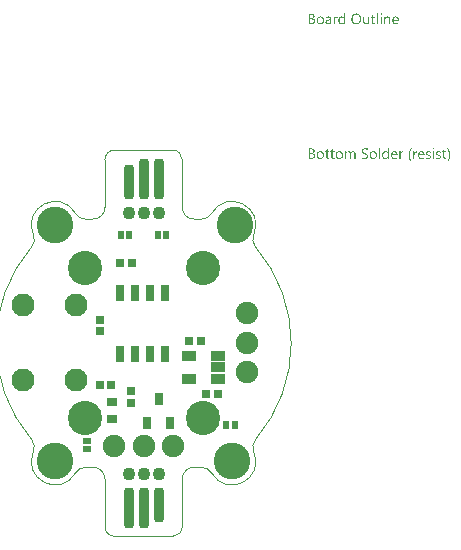
<source format=gbs>
G04*
G04 #@! TF.GenerationSoftware,Altium Limited,Altium Designer,21.9.2 (33)*
G04*
G04 Layer_Color=16711935*
%FSAX25Y25*%
%MOIN*%
G70*
G04*
G04 #@! TF.SameCoordinates,068316DF-13B4-460B-9515-79FEAC0EB225*
G04*
G04*
G04 #@! TF.FilePolarity,Negative*
G04*
G01*
G75*
%ADD10C,0.00394*%
%ADD15C,0.07480*%
%ADD16C,0.11417*%
%ADD17C,0.07677*%
%ADD18C,0.12205*%
%ADD19C,0.00591*%
G04:AMPARAMS|DCode=31|XSize=35.43mil|YSize=135.83mil|CornerRadius=13.82mil|HoleSize=0mil|Usage=FLASHONLY|Rotation=0.000|XOffset=0mil|YOffset=0mil|HoleType=Round|Shape=RoundedRectangle|*
%AMROUNDEDRECTD31*
21,1,0.03543,0.10819,0,0,0.0*
21,1,0.00780,0.13583,0,0,0.0*
1,1,0.02764,0.00390,-0.05409*
1,1,0.02764,-0.00390,-0.05409*
1,1,0.02764,-0.00390,0.05409*
1,1,0.02764,0.00390,0.05409*
%
%ADD31ROUNDEDRECTD31*%
G04:AMPARAMS|DCode=32|XSize=35.43mil|YSize=116.14mil|CornerRadius=13.82mil|HoleSize=0mil|Usage=FLASHONLY|Rotation=0.000|XOffset=0mil|YOffset=0mil|HoleType=Round|Shape=RoundedRectangle|*
%AMROUNDEDRECTD32*
21,1,0.03543,0.08850,0,0,0.0*
21,1,0.00780,0.11614,0,0,0.0*
1,1,0.02764,0.00390,-0.04425*
1,1,0.02764,-0.00390,-0.04425*
1,1,0.02764,-0.00390,0.04425*
1,1,0.02764,0.00390,0.04425*
%
%ADD32ROUNDEDRECTD32*%
%ADD44C,0.04331*%
%ADD45R,0.02756X0.05512*%
%ADD46R,0.02953X0.04134*%
%ADD47R,0.03150X0.01968*%
%ADD48R,0.01968X0.03150*%
%ADD49R,0.04528X0.03347*%
%ADD50R,0.02559X0.02756*%
%ADD51R,0.02559X0.02756*%
%ADD52R,0.02756X0.02559*%
%ADD53R,0.03740X0.02953*%
%ADD54R,0.02756X0.02559*%
G36*
X0079229Y0110019D02*
X0079254D01*
X0079309Y0109995D01*
X0079340Y0109976D01*
X0079371Y0109951D01*
X0079377Y0109945D01*
X0079383Y0109939D01*
X0079414Y0109902D01*
X0079439Y0109840D01*
X0079445Y0109803D01*
X0079452Y0109766D01*
Y0109759D01*
Y0109747D01*
X0079445Y0109729D01*
X0079439Y0109704D01*
X0079421Y0109642D01*
X0079396Y0109611D01*
X0079371Y0109580D01*
X0079365D01*
X0079359Y0109567D01*
X0079322Y0109543D01*
X0079266Y0109518D01*
X0079229Y0109512D01*
X0079192Y0109506D01*
X0079173D01*
X0079154Y0109512D01*
X0079130D01*
X0079068Y0109537D01*
X0079037Y0109549D01*
X0079006Y0109574D01*
Y0109580D01*
X0078994Y0109586D01*
X0078981Y0109605D01*
X0078969Y0109623D01*
X0078944Y0109685D01*
X0078938Y0109722D01*
X0078932Y0109766D01*
Y0109772D01*
Y0109784D01*
X0078938Y0109803D01*
X0078944Y0109834D01*
X0078963Y0109889D01*
X0078981Y0109920D01*
X0079006Y0109951D01*
X0079012Y0109958D01*
X0079018Y0109964D01*
X0079056Y0109988D01*
X0079117Y0110013D01*
X0079154Y0110026D01*
X0079210D01*
X0079229Y0110019D01*
D02*
G37*
G36*
X0067239Y0106355D02*
X0066836D01*
Y0106776D01*
X0066824D01*
Y0106770D01*
X0066812Y0106757D01*
X0066793Y0106732D01*
X0066774Y0106702D01*
X0066744Y0106664D01*
X0066706Y0106627D01*
X0066663Y0106584D01*
X0066614Y0106541D01*
X0066558Y0106491D01*
X0066490Y0106448D01*
X0066422Y0106411D01*
X0066341Y0106374D01*
X0066261Y0106343D01*
X0066168Y0106318D01*
X0066069Y0106305D01*
X0065964Y0106299D01*
X0065920D01*
X0065883Y0106305D01*
X0065846Y0106312D01*
X0065797Y0106318D01*
X0065691Y0106343D01*
X0065567Y0106380D01*
X0065444Y0106442D01*
X0065376Y0106479D01*
X0065320Y0106522D01*
X0065258Y0106578D01*
X0065202Y0106633D01*
Y0106640D01*
X0065190Y0106652D01*
X0065178Y0106671D01*
X0065159Y0106695D01*
X0065140Y0106726D01*
X0065116Y0106770D01*
X0065091Y0106819D01*
X0065066Y0106875D01*
X0065035Y0106937D01*
X0065010Y0107005D01*
X0064986Y0107079D01*
X0064967Y0107160D01*
X0064948Y0107246D01*
X0064936Y0107345D01*
X0064930Y0107444D01*
X0064924Y0107550D01*
Y0107556D01*
Y0107574D01*
Y0107612D01*
X0064930Y0107655D01*
X0064936Y0107704D01*
X0064942Y0107766D01*
X0064948Y0107834D01*
X0064961Y0107909D01*
X0064998Y0108070D01*
X0065054Y0108237D01*
X0065091Y0108317D01*
X0065134Y0108398D01*
X0065178Y0108472D01*
X0065233Y0108546D01*
X0065239Y0108552D01*
X0065246Y0108565D01*
X0065264Y0108583D01*
X0065289Y0108608D01*
X0065320Y0108633D01*
X0065363Y0108664D01*
X0065407Y0108701D01*
X0065456Y0108738D01*
X0065580Y0108806D01*
X0065722Y0108868D01*
X0065803Y0108887D01*
X0065889Y0108905D01*
X0065976Y0108918D01*
X0066075Y0108924D01*
X0066124D01*
X0066162Y0108918D01*
X0066199Y0108911D01*
X0066248Y0108905D01*
X0066360Y0108874D01*
X0066484Y0108825D01*
X0066545Y0108794D01*
X0066607Y0108750D01*
X0066669Y0108707D01*
X0066725Y0108651D01*
X0066774Y0108589D01*
X0066824Y0108515D01*
X0066836D01*
Y0110075D01*
X0067239D01*
Y0106355D01*
D02*
G37*
G36*
X0081507Y0108918D02*
X0081581Y0108911D01*
X0081674Y0108893D01*
X0081773Y0108862D01*
X0081878Y0108812D01*
X0081983Y0108744D01*
X0082027Y0108707D01*
X0082070Y0108658D01*
X0082082Y0108645D01*
X0082107Y0108608D01*
X0082138Y0108546D01*
X0082181Y0108459D01*
X0082219Y0108354D01*
X0082256Y0108224D01*
X0082280Y0108070D01*
X0082287Y0107890D01*
Y0106355D01*
X0081884D01*
Y0107785D01*
Y0107791D01*
Y0107822D01*
X0081878Y0107859D01*
Y0107909D01*
X0081866Y0107970D01*
X0081853Y0108039D01*
X0081835Y0108113D01*
X0081810Y0108187D01*
X0081779Y0108261D01*
X0081742Y0108329D01*
X0081692Y0108398D01*
X0081637Y0108459D01*
X0081575Y0108509D01*
X0081494Y0108546D01*
X0081408Y0108577D01*
X0081302Y0108583D01*
X0081290D01*
X0081253Y0108577D01*
X0081197Y0108571D01*
X0081129Y0108552D01*
X0081049Y0108528D01*
X0080962Y0108484D01*
X0080882Y0108429D01*
X0080801Y0108354D01*
X0080795Y0108342D01*
X0080770Y0108317D01*
X0080739Y0108268D01*
X0080702Y0108200D01*
X0080665Y0108119D01*
X0080634Y0108020D01*
X0080609Y0107909D01*
X0080603Y0107785D01*
Y0106355D01*
X0080201D01*
Y0108868D01*
X0080603D01*
Y0108447D01*
X0080615D01*
X0080621Y0108453D01*
X0080628Y0108466D01*
X0080646Y0108491D01*
X0080671Y0108521D01*
X0080696Y0108559D01*
X0080733Y0108596D01*
X0080776Y0108639D01*
X0080826Y0108689D01*
X0080882Y0108732D01*
X0080943Y0108775D01*
X0081011Y0108812D01*
X0081086Y0108850D01*
X0081160Y0108880D01*
X0081247Y0108905D01*
X0081340Y0108918D01*
X0081439Y0108924D01*
X0081476D01*
X0081507Y0108918D01*
D02*
G37*
G36*
X0064509Y0108905D02*
X0064583Y0108899D01*
X0064627Y0108887D01*
X0064657Y0108874D01*
Y0108459D01*
X0064651Y0108466D01*
X0064639Y0108472D01*
X0064614Y0108484D01*
X0064583Y0108503D01*
X0064540Y0108515D01*
X0064484Y0108528D01*
X0064422Y0108534D01*
X0064354Y0108540D01*
X0064342D01*
X0064311Y0108534D01*
X0064261Y0108528D01*
X0064206Y0108509D01*
X0064131Y0108478D01*
X0064063Y0108435D01*
X0063989Y0108373D01*
X0063921Y0108292D01*
X0063915Y0108280D01*
X0063896Y0108249D01*
X0063865Y0108193D01*
X0063834Y0108119D01*
X0063803Y0108026D01*
X0063772Y0107909D01*
X0063754Y0107779D01*
X0063748Y0107630D01*
Y0106355D01*
X0063345D01*
Y0108868D01*
X0063748D01*
Y0108348D01*
X0063760D01*
Y0108354D01*
X0063766Y0108361D01*
X0063779Y0108391D01*
X0063797Y0108441D01*
X0063828Y0108503D01*
X0063859Y0108565D01*
X0063908Y0108633D01*
X0063958Y0108701D01*
X0064020Y0108763D01*
X0064026Y0108769D01*
X0064051Y0108788D01*
X0064088Y0108812D01*
X0064138Y0108837D01*
X0064193Y0108862D01*
X0064261Y0108887D01*
X0064336Y0108905D01*
X0064416Y0108911D01*
X0064472D01*
X0064509Y0108905D01*
D02*
G37*
G36*
X0075249Y0106355D02*
X0074846D01*
Y0106751D01*
X0074834D01*
Y0106745D01*
X0074822Y0106732D01*
X0074809Y0106708D01*
X0074784Y0106683D01*
X0074729Y0106609D01*
X0074642Y0106528D01*
X0074593Y0106485D01*
X0074537Y0106442D01*
X0074475Y0106404D01*
X0074401Y0106367D01*
X0074326Y0106343D01*
X0074246Y0106318D01*
X0074153Y0106305D01*
X0074060Y0106299D01*
X0074023D01*
X0073980Y0106305D01*
X0073918Y0106318D01*
X0073850Y0106330D01*
X0073775Y0106355D01*
X0073695Y0106386D01*
X0073614Y0106435D01*
X0073528Y0106491D01*
X0073447Y0106559D01*
X0073373Y0106646D01*
X0073305Y0106751D01*
X0073243Y0106869D01*
X0073200Y0107011D01*
X0073175Y0107178D01*
X0073163Y0107265D01*
Y0107364D01*
Y0108868D01*
X0073559D01*
Y0107426D01*
Y0107420D01*
Y0107395D01*
X0073565Y0107352D01*
X0073571Y0107302D01*
X0073577Y0107240D01*
X0073590Y0107178D01*
X0073608Y0107104D01*
X0073633Y0107030D01*
X0073670Y0106955D01*
X0073707Y0106887D01*
X0073757Y0106819D01*
X0073819Y0106757D01*
X0073887Y0106708D01*
X0073967Y0106671D01*
X0074066Y0106640D01*
X0074172Y0106633D01*
X0074184D01*
X0074221Y0106640D01*
X0074277Y0106646D01*
X0074339Y0106658D01*
X0074419Y0106689D01*
X0074500Y0106726D01*
X0074580Y0106776D01*
X0074654Y0106850D01*
X0074661Y0106862D01*
X0074685Y0106887D01*
X0074716Y0106937D01*
X0074753Y0107005D01*
X0074784Y0107085D01*
X0074815Y0107184D01*
X0074840Y0107296D01*
X0074846Y0107420D01*
Y0108868D01*
X0075249D01*
Y0106355D01*
D02*
G37*
G36*
X0079383D02*
X0078981D01*
Y0108868D01*
X0079383D01*
Y0106355D01*
D02*
G37*
G36*
X0078164D02*
X0077762D01*
Y0110075D01*
X0078164D01*
Y0106355D01*
D02*
G37*
G36*
X0061785Y0108918D02*
X0061841Y0108911D01*
X0061909Y0108893D01*
X0061983Y0108874D01*
X0062064Y0108843D01*
X0062151Y0108806D01*
X0062231Y0108757D01*
X0062312Y0108695D01*
X0062386Y0108621D01*
X0062454Y0108528D01*
X0062510Y0108422D01*
X0062553Y0108299D01*
X0062578Y0108156D01*
X0062590Y0107989D01*
Y0106355D01*
X0062188D01*
Y0106745D01*
X0062175D01*
Y0106739D01*
X0062163Y0106726D01*
X0062151Y0106702D01*
X0062126Y0106677D01*
X0062064Y0106603D01*
X0061983Y0106522D01*
X0061872Y0106442D01*
X0061742Y0106367D01*
X0061662Y0106343D01*
X0061581Y0106318D01*
X0061494Y0106305D01*
X0061402Y0106299D01*
X0061364D01*
X0061340Y0106305D01*
X0061272Y0106312D01*
X0061191Y0106324D01*
X0061092Y0106349D01*
X0060999Y0106380D01*
X0060900Y0106429D01*
X0060813Y0106491D01*
X0060807Y0106503D01*
X0060783Y0106528D01*
X0060745Y0106572D01*
X0060708Y0106633D01*
X0060671Y0106708D01*
X0060634Y0106794D01*
X0060609Y0106900D01*
X0060603Y0107017D01*
Y0107024D01*
Y0107048D01*
X0060609Y0107085D01*
X0060615Y0107129D01*
X0060628Y0107184D01*
X0060646Y0107246D01*
X0060671Y0107314D01*
X0060708Y0107383D01*
X0060752Y0107457D01*
X0060807Y0107531D01*
X0060875Y0107599D01*
X0060956Y0107661D01*
X0061049Y0107723D01*
X0061160Y0107772D01*
X0061284Y0107810D01*
X0061432Y0107841D01*
X0062188Y0107946D01*
Y0107952D01*
Y0107970D01*
X0062182Y0108008D01*
Y0108045D01*
X0062169Y0108094D01*
X0062163Y0108150D01*
X0062126Y0108268D01*
X0062095Y0108323D01*
X0062064Y0108379D01*
X0062021Y0108435D01*
X0061971Y0108484D01*
X0061909Y0108528D01*
X0061841Y0108559D01*
X0061761Y0108577D01*
X0061668Y0108583D01*
X0061624D01*
X0061594Y0108577D01*
X0061550D01*
X0061507Y0108565D01*
X0061395Y0108546D01*
X0061272Y0108509D01*
X0061135Y0108453D01*
X0061061Y0108416D01*
X0060993Y0108379D01*
X0060919Y0108329D01*
X0060851Y0108274D01*
Y0108689D01*
X0060857D01*
X0060869Y0108701D01*
X0060888Y0108713D01*
X0060919Y0108726D01*
X0060950Y0108744D01*
X0060993Y0108763D01*
X0061043Y0108781D01*
X0061098Y0108806D01*
X0061222Y0108850D01*
X0061371Y0108887D01*
X0061532Y0108911D01*
X0061705Y0108924D01*
X0061742D01*
X0061785Y0108918D01*
D02*
G37*
G36*
X0056097Y0109865D02*
X0056140D01*
X0056183Y0109859D01*
X0056282Y0109846D01*
X0056400Y0109815D01*
X0056524Y0109778D01*
X0056642Y0109722D01*
X0056747Y0109648D01*
X0056753D01*
X0056759Y0109636D01*
X0056790Y0109611D01*
X0056833Y0109561D01*
X0056883Y0109493D01*
X0056926Y0109407D01*
X0056969Y0109308D01*
X0057000Y0109196D01*
X0057013Y0109134D01*
Y0109066D01*
Y0109060D01*
Y0109054D01*
Y0109017D01*
X0057007Y0108961D01*
X0056994Y0108893D01*
X0056976Y0108806D01*
X0056945Y0108720D01*
X0056908Y0108633D01*
X0056852Y0108546D01*
X0056846Y0108534D01*
X0056821Y0108509D01*
X0056784Y0108472D01*
X0056734Y0108422D01*
X0056672Y0108373D01*
X0056598Y0108317D01*
X0056505Y0108274D01*
X0056406Y0108230D01*
Y0108224D01*
X0056425D01*
X0056443Y0108218D01*
X0056462Y0108212D01*
X0056530Y0108200D01*
X0056611Y0108175D01*
X0056697Y0108138D01*
X0056790Y0108094D01*
X0056883Y0108032D01*
X0056969Y0107952D01*
X0056982Y0107940D01*
X0057007Y0107909D01*
X0057038Y0107865D01*
X0057081Y0107797D01*
X0057118Y0107711D01*
X0057155Y0107612D01*
X0057180Y0107494D01*
X0057186Y0107364D01*
Y0107358D01*
Y0107345D01*
Y0107321D01*
X0057180Y0107290D01*
X0057174Y0107253D01*
X0057168Y0107209D01*
X0057143Y0107104D01*
X0057106Y0106986D01*
X0057050Y0106862D01*
X0057013Y0106807D01*
X0056969Y0106745D01*
X0056914Y0106689D01*
X0056858Y0106633D01*
X0056852D01*
X0056846Y0106621D01*
X0056827Y0106609D01*
X0056802Y0106590D01*
X0056771Y0106572D01*
X0056728Y0106547D01*
X0056635Y0106497D01*
X0056518Y0106442D01*
X0056381Y0106398D01*
X0056221Y0106367D01*
X0056140Y0106361D01*
X0056047Y0106355D01*
X0055020D01*
Y0109871D01*
X0056066D01*
X0056097Y0109865D01*
D02*
G37*
G36*
X0076592Y0108868D02*
X0077229D01*
Y0108521D01*
X0076592D01*
Y0107104D01*
Y0107091D01*
Y0107061D01*
X0076598Y0107017D01*
X0076604Y0106962D01*
X0076629Y0106844D01*
X0076648Y0106788D01*
X0076679Y0106745D01*
X0076685Y0106739D01*
X0076697Y0106726D01*
X0076716Y0106714D01*
X0076747Y0106695D01*
X0076784Y0106671D01*
X0076833Y0106658D01*
X0076895Y0106646D01*
X0076963Y0106640D01*
X0076988D01*
X0077019Y0106646D01*
X0077056Y0106652D01*
X0077143Y0106677D01*
X0077186Y0106695D01*
X0077229Y0106720D01*
Y0106374D01*
X0077223D01*
X0077205Y0106361D01*
X0077174Y0106355D01*
X0077130Y0106343D01*
X0077075Y0106330D01*
X0077013Y0106318D01*
X0076938Y0106312D01*
X0076852Y0106305D01*
X0076821D01*
X0076790Y0106312D01*
X0076747Y0106318D01*
X0076697Y0106330D01*
X0076641Y0106343D01*
X0076586Y0106367D01*
X0076524Y0106398D01*
X0076462Y0106435D01*
X0076400Y0106485D01*
X0076344Y0106541D01*
X0076295Y0106615D01*
X0076251Y0106695D01*
X0076220Y0106794D01*
X0076196Y0106906D01*
X0076190Y0107036D01*
Y0108521D01*
X0075762D01*
Y0108868D01*
X0076190D01*
Y0109481D01*
X0076592Y0109611D01*
Y0108868D01*
D02*
G37*
G36*
X0084119Y0108918D02*
X0084162Y0108911D01*
X0084206Y0108905D01*
X0084317Y0108887D01*
X0084441Y0108843D01*
X0084565Y0108788D01*
X0084627Y0108750D01*
X0084688Y0108707D01*
X0084744Y0108658D01*
X0084800Y0108602D01*
X0084806Y0108596D01*
X0084812Y0108589D01*
X0084825Y0108571D01*
X0084843Y0108546D01*
X0084862Y0108509D01*
X0084886Y0108472D01*
X0084911Y0108429D01*
X0084936Y0108373D01*
X0084961Y0108311D01*
X0084986Y0108249D01*
X0085010Y0108175D01*
X0085029Y0108094D01*
X0085047Y0108008D01*
X0085060Y0107921D01*
X0085072Y0107822D01*
Y0107717D01*
Y0107506D01*
X0083296D01*
Y0107500D01*
Y0107488D01*
Y0107469D01*
X0083302Y0107438D01*
X0083308Y0107401D01*
Y0107364D01*
X0083327Y0107265D01*
X0083358Y0107166D01*
X0083395Y0107054D01*
X0083450Y0106949D01*
X0083518Y0106856D01*
X0083531Y0106844D01*
X0083556Y0106819D01*
X0083605Y0106788D01*
X0083673Y0106745D01*
X0083760Y0106702D01*
X0083859Y0106671D01*
X0083977Y0106646D01*
X0084113Y0106633D01*
X0084156D01*
X0084187Y0106640D01*
X0084224D01*
X0084267Y0106646D01*
X0084373Y0106671D01*
X0084490Y0106702D01*
X0084620Y0106751D01*
X0084756Y0106819D01*
X0084825Y0106862D01*
X0084893Y0106912D01*
Y0106534D01*
X0084886D01*
X0084880Y0106522D01*
X0084862Y0106516D01*
X0084831Y0106497D01*
X0084800Y0106479D01*
X0084763Y0106460D01*
X0084713Y0106442D01*
X0084664Y0106417D01*
X0084602Y0106392D01*
X0084534Y0106374D01*
X0084385Y0106336D01*
X0084212Y0106312D01*
X0084020Y0106299D01*
X0083970D01*
X0083933Y0106305D01*
X0083890Y0106312D01*
X0083834Y0106318D01*
X0083716Y0106343D01*
X0083580Y0106380D01*
X0083444Y0106442D01*
X0083376Y0106485D01*
X0083308Y0106528D01*
X0083246Y0106578D01*
X0083184Y0106640D01*
X0083178Y0106646D01*
X0083172Y0106658D01*
X0083159Y0106677D01*
X0083135Y0106702D01*
X0083116Y0106739D01*
X0083091Y0106782D01*
X0083060Y0106832D01*
X0083036Y0106887D01*
X0083005Y0106949D01*
X0082980Y0107024D01*
X0082949Y0107104D01*
X0082930Y0107191D01*
X0082912Y0107283D01*
X0082893Y0107383D01*
X0082887Y0107488D01*
X0082881Y0107599D01*
Y0107605D01*
Y0107624D01*
Y0107655D01*
X0082887Y0107698D01*
X0082893Y0107748D01*
X0082899Y0107803D01*
X0082906Y0107871D01*
X0082924Y0107940D01*
X0082961Y0108088D01*
X0083017Y0108249D01*
X0083054Y0108329D01*
X0083104Y0108404D01*
X0083153Y0108484D01*
X0083209Y0108552D01*
X0083215Y0108559D01*
X0083227Y0108571D01*
X0083246Y0108589D01*
X0083271Y0108608D01*
X0083302Y0108639D01*
X0083339Y0108670D01*
X0083389Y0108701D01*
X0083438Y0108738D01*
X0083556Y0108806D01*
X0083698Y0108868D01*
X0083778Y0108887D01*
X0083859Y0108905D01*
X0083946Y0108918D01*
X0084038Y0108924D01*
X0084088D01*
X0084119Y0108918D01*
D02*
G37*
G36*
X0071077Y0109927D02*
X0071139Y0109920D01*
X0071213Y0109908D01*
X0071293Y0109889D01*
X0071380Y0109871D01*
X0071466Y0109846D01*
X0071566Y0109815D01*
X0071658Y0109772D01*
X0071757Y0109722D01*
X0071856Y0109667D01*
X0071949Y0109599D01*
X0072042Y0109524D01*
X0072129Y0109438D01*
X0072135Y0109431D01*
X0072147Y0109413D01*
X0072172Y0109388D01*
X0072197Y0109351D01*
X0072234Y0109301D01*
X0072271Y0109239D01*
X0072308Y0109171D01*
X0072352Y0109097D01*
X0072395Y0109004D01*
X0072432Y0108911D01*
X0072469Y0108806D01*
X0072506Y0108689D01*
X0072531Y0108571D01*
X0072556Y0108441D01*
X0072568Y0108299D01*
X0072575Y0108156D01*
Y0108144D01*
Y0108119D01*
Y0108076D01*
X0072568Y0108014D01*
X0072562Y0107940D01*
X0072550Y0107859D01*
X0072537Y0107766D01*
X0072519Y0107661D01*
X0072494Y0107556D01*
X0072463Y0107444D01*
X0072426Y0107333D01*
X0072383Y0107221D01*
X0072327Y0107104D01*
X0072265Y0106999D01*
X0072197Y0106894D01*
X0072117Y0106794D01*
X0072110Y0106788D01*
X0072098Y0106776D01*
X0072067Y0106751D01*
X0072036Y0106720D01*
X0071987Y0106677D01*
X0071931Y0106640D01*
X0071869Y0106590D01*
X0071795Y0106547D01*
X0071714Y0106503D01*
X0071621Y0106454D01*
X0071522Y0106417D01*
X0071411Y0106380D01*
X0071293Y0106343D01*
X0071169Y0106318D01*
X0071039Y0106305D01*
X0070897Y0106299D01*
X0070866D01*
X0070823Y0106305D01*
X0070773D01*
X0070711Y0106312D01*
X0070637Y0106324D01*
X0070557Y0106343D01*
X0070464Y0106361D01*
X0070371Y0106386D01*
X0070272Y0106417D01*
X0070173Y0106460D01*
X0070074Y0106503D01*
X0069975Y0106559D01*
X0069876Y0106627D01*
X0069783Y0106702D01*
X0069696Y0106788D01*
X0069690Y0106794D01*
X0069678Y0106813D01*
X0069653Y0106838D01*
X0069628Y0106875D01*
X0069591Y0106924D01*
X0069554Y0106986D01*
X0069517Y0107054D01*
X0069473Y0107135D01*
X0069430Y0107221D01*
X0069393Y0107314D01*
X0069356Y0107420D01*
X0069319Y0107537D01*
X0069294Y0107655D01*
X0069269Y0107785D01*
X0069257Y0107927D01*
X0069251Y0108070D01*
Y0108082D01*
Y0108107D01*
X0069257Y0108150D01*
Y0108212D01*
X0069263Y0108280D01*
X0069275Y0108367D01*
X0069288Y0108459D01*
X0069306Y0108559D01*
X0069331Y0108664D01*
X0069362Y0108775D01*
X0069399Y0108887D01*
X0069442Y0108998D01*
X0069498Y0109109D01*
X0069560Y0109221D01*
X0069628Y0109326D01*
X0069709Y0109425D01*
X0069715Y0109431D01*
X0069727Y0109450D01*
X0069758Y0109475D01*
X0069795Y0109506D01*
X0069839Y0109543D01*
X0069894Y0109586D01*
X0069962Y0109629D01*
X0070037Y0109679D01*
X0070123Y0109729D01*
X0070216Y0109772D01*
X0070315Y0109815D01*
X0070427Y0109852D01*
X0070550Y0109883D01*
X0070680Y0109914D01*
X0070817Y0109927D01*
X0070959Y0109933D01*
X0071027D01*
X0071077Y0109927D01*
D02*
G37*
G36*
X0059049Y0108918D02*
X0059093Y0108911D01*
X0059148Y0108905D01*
X0059272Y0108880D01*
X0059415Y0108837D01*
X0059557Y0108775D01*
X0059631Y0108738D01*
X0059699Y0108695D01*
X0059767Y0108639D01*
X0059829Y0108577D01*
X0059835Y0108571D01*
X0059842Y0108559D01*
X0059860Y0108540D01*
X0059879Y0108515D01*
X0059904Y0108478D01*
X0059928Y0108435D01*
X0059959Y0108385D01*
X0059990Y0108329D01*
X0060015Y0108261D01*
X0060046Y0108193D01*
X0060071Y0108113D01*
X0060096Y0108026D01*
X0060114Y0107933D01*
X0060133Y0107834D01*
X0060139Y0107729D01*
X0060145Y0107618D01*
Y0107612D01*
Y0107593D01*
Y0107562D01*
X0060139Y0107519D01*
X0060133Y0107469D01*
X0060126Y0107407D01*
X0060114Y0107345D01*
X0060102Y0107271D01*
X0060065Y0107123D01*
X0060003Y0106962D01*
X0059965Y0106881D01*
X0059916Y0106801D01*
X0059866Y0106726D01*
X0059805Y0106658D01*
X0059798Y0106652D01*
X0059786Y0106646D01*
X0059767Y0106627D01*
X0059743Y0106603D01*
X0059706Y0106578D01*
X0059668Y0106547D01*
X0059619Y0106510D01*
X0059563Y0106479D01*
X0059501Y0106448D01*
X0059433Y0106411D01*
X0059359Y0106380D01*
X0059278Y0106355D01*
X0059192Y0106330D01*
X0059099Y0106318D01*
X0059000Y0106305D01*
X0058895Y0106299D01*
X0058839D01*
X0058802Y0106305D01*
X0058758Y0106312D01*
X0058703Y0106318D01*
X0058641Y0106330D01*
X0058573Y0106343D01*
X0058430Y0106386D01*
X0058282Y0106448D01*
X0058207Y0106485D01*
X0058139Y0106534D01*
X0058071Y0106584D01*
X0058003Y0106646D01*
X0057997Y0106652D01*
X0057991Y0106664D01*
X0057972Y0106683D01*
X0057954Y0106708D01*
X0057929Y0106745D01*
X0057898Y0106788D01*
X0057867Y0106838D01*
X0057842Y0106894D01*
X0057811Y0106962D01*
X0057780Y0107030D01*
X0057749Y0107104D01*
X0057725Y0107191D01*
X0057688Y0107376D01*
X0057681Y0107475D01*
X0057675Y0107580D01*
Y0107587D01*
Y0107612D01*
Y0107642D01*
X0057681Y0107686D01*
X0057688Y0107735D01*
X0057694Y0107797D01*
X0057706Y0107865D01*
X0057718Y0107940D01*
X0057756Y0108100D01*
X0057818Y0108261D01*
X0057861Y0108342D01*
X0057904Y0108422D01*
X0057954Y0108497D01*
X0058016Y0108565D01*
X0058022Y0108571D01*
X0058034Y0108583D01*
X0058053Y0108596D01*
X0058078Y0108621D01*
X0058115Y0108645D01*
X0058158Y0108676D01*
X0058207Y0108713D01*
X0058263Y0108744D01*
X0058325Y0108775D01*
X0058399Y0108812D01*
X0058474Y0108843D01*
X0058560Y0108868D01*
X0058647Y0108893D01*
X0058746Y0108911D01*
X0058851Y0108918D01*
X0058956Y0108924D01*
X0059012D01*
X0059049Y0108918D01*
D02*
G37*
G36*
X0096660Y0065093D02*
X0096685D01*
X0096740Y0065068D01*
X0096771Y0065050D01*
X0096802Y0065025D01*
X0096808Y0065019D01*
X0096815Y0065012D01*
X0096846Y0064975D01*
X0096870Y0064913D01*
X0096877Y0064876D01*
X0096883Y0064839D01*
Y0064833D01*
Y0064821D01*
X0096877Y0064802D01*
X0096870Y0064777D01*
X0096852Y0064715D01*
X0096827Y0064684D01*
X0096802Y0064653D01*
X0096796D01*
X0096790Y0064641D01*
X0096753Y0064616D01*
X0096697Y0064591D01*
X0096660Y0064585D01*
X0096623Y0064579D01*
X0096604D01*
X0096586Y0064585D01*
X0096561D01*
X0096499Y0064610D01*
X0096468Y0064622D01*
X0096437Y0064647D01*
Y0064653D01*
X0096425Y0064660D01*
X0096412Y0064678D01*
X0096400Y0064697D01*
X0096375Y0064759D01*
X0096369Y0064796D01*
X0096363Y0064839D01*
Y0064845D01*
Y0064858D01*
X0096369Y0064876D01*
X0096375Y0064907D01*
X0096394Y0064963D01*
X0096412Y0064994D01*
X0096437Y0065025D01*
X0096443Y0065031D01*
X0096449Y0065037D01*
X0096487Y0065062D01*
X0096548Y0065087D01*
X0096586Y0065099D01*
X0096641D01*
X0096660Y0065093D01*
D02*
G37*
G36*
X0074091Y0065000D02*
X0074141D01*
X0074252Y0064988D01*
X0074376Y0064975D01*
X0074500Y0064951D01*
X0074617Y0064920D01*
X0074667Y0064901D01*
X0074716Y0064876D01*
Y0064412D01*
X0074710D01*
X0074704Y0064424D01*
X0074685Y0064431D01*
X0074661Y0064449D01*
X0074630Y0064461D01*
X0074593Y0064480D01*
X0074500Y0064523D01*
X0074388Y0064561D01*
X0074252Y0064598D01*
X0074091Y0064622D01*
X0073918Y0064629D01*
X0073868D01*
X0073831Y0064622D01*
X0073794D01*
X0073744Y0064616D01*
X0073645Y0064598D01*
X0073639D01*
X0073621Y0064591D01*
X0073596Y0064585D01*
X0073565Y0064579D01*
X0073491Y0064548D01*
X0073404Y0064511D01*
X0073398D01*
X0073385Y0064499D01*
X0073367Y0064486D01*
X0073342Y0064468D01*
X0073286Y0064412D01*
X0073231Y0064344D01*
Y0064338D01*
X0073218Y0064325D01*
X0073212Y0064307D01*
X0073200Y0064276D01*
X0073187Y0064239D01*
X0073181Y0064201D01*
X0073169Y0064103D01*
Y0064096D01*
Y0064078D01*
Y0064053D01*
X0073175Y0064022D01*
X0073187Y0063948D01*
X0073218Y0063867D01*
Y0063861D01*
X0073231Y0063849D01*
X0073237Y0063830D01*
X0073255Y0063805D01*
X0073305Y0063750D01*
X0073367Y0063688D01*
X0073373Y0063682D01*
X0073385Y0063675D01*
X0073404Y0063657D01*
X0073435Y0063638D01*
X0073472Y0063613D01*
X0073509Y0063589D01*
X0073608Y0063527D01*
X0073614Y0063521D01*
X0073633Y0063515D01*
X0073664Y0063496D01*
X0073701Y0063477D01*
X0073751Y0063453D01*
X0073806Y0063428D01*
X0073930Y0063366D01*
X0073936Y0063360D01*
X0073961Y0063347D01*
X0073998Y0063329D01*
X0074048Y0063304D01*
X0074103Y0063279D01*
X0074165Y0063242D01*
X0074289Y0063168D01*
X0074295Y0063162D01*
X0074320Y0063149D01*
X0074351Y0063131D01*
X0074394Y0063100D01*
X0074487Y0063025D01*
X0074586Y0062939D01*
X0074593Y0062933D01*
X0074611Y0062920D01*
X0074630Y0062889D01*
X0074661Y0062858D01*
X0074691Y0062815D01*
X0074729Y0062772D01*
X0074791Y0062660D01*
X0074797Y0062654D01*
X0074803Y0062635D01*
X0074815Y0062604D01*
X0074828Y0062561D01*
X0074840Y0062512D01*
X0074852Y0062450D01*
X0074865Y0062388D01*
Y0062314D01*
Y0062301D01*
Y0062270D01*
X0074859Y0062221D01*
X0074852Y0062159D01*
X0074840Y0062091D01*
X0074822Y0062016D01*
X0074797Y0061942D01*
X0074760Y0061874D01*
X0074753Y0061868D01*
X0074741Y0061843D01*
X0074716Y0061812D01*
X0074691Y0061769D01*
X0074648Y0061725D01*
X0074605Y0061676D01*
X0074549Y0061626D01*
X0074487Y0061577D01*
X0074481Y0061571D01*
X0074456Y0061558D01*
X0074419Y0061540D01*
X0074370Y0061515D01*
X0074314Y0061490D01*
X0074246Y0061466D01*
X0074165Y0061441D01*
X0074085Y0061422D01*
X0074072D01*
X0074048Y0061416D01*
X0074004Y0061410D01*
X0073943Y0061397D01*
X0073874Y0061391D01*
X0073794Y0061379D01*
X0073707Y0061373D01*
X0073559D01*
X0073491Y0061379D01*
X0073404Y0061385D01*
X0073385D01*
X0073361Y0061391D01*
X0073330Y0061397D01*
X0073249Y0061404D01*
X0073156Y0061422D01*
X0073150D01*
X0073132Y0061428D01*
X0073107Y0061435D01*
X0073076Y0061441D01*
X0073002Y0061459D01*
X0072915Y0061484D01*
X0072909D01*
X0072896Y0061490D01*
X0072878Y0061497D01*
X0072853Y0061509D01*
X0072791Y0061534D01*
X0072729Y0061571D01*
Y0062054D01*
X0072736Y0062047D01*
X0072748Y0062041D01*
X0072760Y0062029D01*
X0072785Y0062010D01*
X0072853Y0061967D01*
X0072934Y0061917D01*
X0072940D01*
X0072952Y0061911D01*
X0072977Y0061899D01*
X0073008Y0061887D01*
X0073088Y0061849D01*
X0073175Y0061818D01*
X0073181D01*
X0073200Y0061812D01*
X0073225Y0061806D01*
X0073255Y0061800D01*
X0073342Y0061775D01*
X0073435Y0061756D01*
X0073460D01*
X0073484Y0061750D01*
X0073515D01*
X0073590Y0061744D01*
X0073676Y0061738D01*
X0073738D01*
X0073806Y0061744D01*
X0073893Y0061756D01*
X0073986Y0061769D01*
X0074079Y0061794D01*
X0074165Y0061831D01*
X0074246Y0061874D01*
X0074252Y0061880D01*
X0074277Y0061899D01*
X0074308Y0061936D01*
X0074339Y0061979D01*
X0074376Y0062035D01*
X0074401Y0062109D01*
X0074425Y0062190D01*
X0074432Y0062283D01*
Y0062289D01*
Y0062307D01*
Y0062332D01*
X0074425Y0062369D01*
X0074407Y0062450D01*
X0074370Y0062530D01*
Y0062536D01*
X0074357Y0062549D01*
X0074345Y0062567D01*
X0074326Y0062592D01*
X0074271Y0062654D01*
X0074196Y0062722D01*
X0074190Y0062728D01*
X0074178Y0062741D01*
X0074153Y0062753D01*
X0074122Y0062778D01*
X0074085Y0062803D01*
X0074042Y0062834D01*
X0073936Y0062889D01*
X0073930Y0062896D01*
X0073912Y0062902D01*
X0073881Y0062920D01*
X0073837Y0062939D01*
X0073794Y0062970D01*
X0073738Y0062994D01*
X0073608Y0063063D01*
X0073602Y0063069D01*
X0073577Y0063081D01*
X0073540Y0063100D01*
X0073497Y0063118D01*
X0073447Y0063149D01*
X0073392Y0063180D01*
X0073268Y0063248D01*
X0073262Y0063254D01*
X0073243Y0063267D01*
X0073212Y0063285D01*
X0073175Y0063310D01*
X0073082Y0063378D01*
X0072989Y0063459D01*
X0072983Y0063465D01*
X0072971Y0063477D01*
X0072946Y0063502D01*
X0072921Y0063533D01*
X0072890Y0063576D01*
X0072859Y0063620D01*
X0072804Y0063719D01*
Y0063725D01*
X0072791Y0063744D01*
X0072785Y0063774D01*
X0072773Y0063818D01*
X0072760Y0063867D01*
X0072748Y0063929D01*
X0072742Y0063991D01*
X0072736Y0064065D01*
Y0064078D01*
Y0064109D01*
X0072742Y0064152D01*
X0072748Y0064208D01*
X0072760Y0064276D01*
X0072779Y0064344D01*
X0072804Y0064412D01*
X0072841Y0064480D01*
X0072847Y0064486D01*
X0072859Y0064511D01*
X0072884Y0064542D01*
X0072915Y0064585D01*
X0072952Y0064629D01*
X0073002Y0064678D01*
X0073057Y0064728D01*
X0073119Y0064771D01*
X0073125Y0064777D01*
X0073150Y0064790D01*
X0073187Y0064814D01*
X0073231Y0064839D01*
X0073293Y0064864D01*
X0073355Y0064895D01*
X0073429Y0064920D01*
X0073509Y0064944D01*
X0073522D01*
X0073546Y0064957D01*
X0073590Y0064963D01*
X0073652Y0064975D01*
X0073720Y0064988D01*
X0073794Y0064994D01*
X0073961Y0065006D01*
X0074048D01*
X0074091Y0065000D01*
D02*
G37*
G36*
X0081822Y0061428D02*
X0081420D01*
Y0061849D01*
X0081408D01*
Y0061843D01*
X0081395Y0061831D01*
X0081377Y0061806D01*
X0081358Y0061775D01*
X0081327Y0061738D01*
X0081290Y0061701D01*
X0081247Y0061658D01*
X0081197Y0061614D01*
X0081142Y0061565D01*
X0081073Y0061521D01*
X0081005Y0061484D01*
X0080925Y0061447D01*
X0080844Y0061416D01*
X0080752Y0061391D01*
X0080652Y0061379D01*
X0080547Y0061373D01*
X0080504D01*
X0080467Y0061379D01*
X0080430Y0061385D01*
X0080380Y0061391D01*
X0080275Y0061416D01*
X0080151Y0061453D01*
X0080027Y0061515D01*
X0079959Y0061552D01*
X0079904Y0061596D01*
X0079842Y0061651D01*
X0079786Y0061707D01*
Y0061713D01*
X0079773Y0061725D01*
X0079761Y0061744D01*
X0079743Y0061769D01*
X0079724Y0061800D01*
X0079699Y0061843D01*
X0079675Y0061893D01*
X0079650Y0061948D01*
X0079619Y0062010D01*
X0079594Y0062078D01*
X0079569Y0062153D01*
X0079551Y0062233D01*
X0079532Y0062320D01*
X0079520Y0062419D01*
X0079514Y0062518D01*
X0079507Y0062623D01*
Y0062629D01*
Y0062648D01*
Y0062685D01*
X0079514Y0062728D01*
X0079520Y0062778D01*
X0079526Y0062840D01*
X0079532Y0062908D01*
X0079545Y0062982D01*
X0079582Y0063143D01*
X0079637Y0063310D01*
X0079675Y0063391D01*
X0079718Y0063471D01*
X0079761Y0063545D01*
X0079817Y0063620D01*
X0079823Y0063626D01*
X0079829Y0063638D01*
X0079848Y0063657D01*
X0079873Y0063682D01*
X0079904Y0063706D01*
X0079947Y0063737D01*
X0079990Y0063774D01*
X0080040Y0063812D01*
X0080164Y0063880D01*
X0080306Y0063942D01*
X0080386Y0063960D01*
X0080473Y0063979D01*
X0080560Y0063991D01*
X0080659Y0063997D01*
X0080708D01*
X0080745Y0063991D01*
X0080783Y0063985D01*
X0080832Y0063979D01*
X0080943Y0063948D01*
X0081067Y0063898D01*
X0081129Y0063867D01*
X0081191Y0063824D01*
X0081253Y0063781D01*
X0081309Y0063725D01*
X0081358Y0063663D01*
X0081408Y0063589D01*
X0081420D01*
Y0065149D01*
X0081822D01*
Y0061428D01*
D02*
G37*
G36*
X0098566Y0063991D02*
X0098647Y0063985D01*
X0098734Y0063973D01*
X0098832Y0063948D01*
X0098932Y0063923D01*
X0099031Y0063886D01*
Y0063477D01*
X0099018Y0063484D01*
X0098981Y0063508D01*
X0098925Y0063533D01*
X0098851Y0063570D01*
X0098758Y0063601D01*
X0098647Y0063632D01*
X0098523Y0063651D01*
X0098393Y0063657D01*
X0098325D01*
X0098263Y0063644D01*
X0098189Y0063632D01*
X0098183D01*
X0098176Y0063626D01*
X0098139Y0063613D01*
X0098090Y0063589D01*
X0098034Y0063558D01*
X0098022Y0063552D01*
X0097997Y0063527D01*
X0097966Y0063490D01*
X0097935Y0063446D01*
X0097929Y0063434D01*
X0097916Y0063403D01*
X0097904Y0063360D01*
X0097898Y0063304D01*
Y0063298D01*
Y0063285D01*
Y0063267D01*
X0097904Y0063248D01*
X0097916Y0063193D01*
X0097935Y0063137D01*
X0097941Y0063125D01*
X0097960Y0063100D01*
X0097997Y0063063D01*
X0098040Y0063019D01*
X0098046D01*
X0098053Y0063013D01*
X0098090Y0062988D01*
X0098139Y0062957D01*
X0098207Y0062926D01*
X0098213D01*
X0098226Y0062920D01*
X0098245Y0062914D01*
X0098275Y0062902D01*
X0098343Y0062877D01*
X0098430Y0062840D01*
X0098436D01*
X0098461Y0062827D01*
X0098492Y0062815D01*
X0098529Y0062803D01*
X0098628Y0062759D01*
X0098727Y0062710D01*
X0098734D01*
X0098752Y0062697D01*
X0098777Y0062685D01*
X0098808Y0062666D01*
X0098882Y0062617D01*
X0098956Y0062555D01*
X0098962Y0062549D01*
X0098975Y0062543D01*
X0098987Y0062524D01*
X0099012Y0062499D01*
X0099055Y0062437D01*
X0099099Y0062357D01*
Y0062351D01*
X0099105Y0062338D01*
X0099117Y0062314D01*
X0099123Y0062283D01*
X0099136Y0062246D01*
X0099142Y0062202D01*
X0099148Y0062097D01*
Y0062091D01*
Y0062066D01*
X0099142Y0062029D01*
X0099136Y0061985D01*
X0099130Y0061936D01*
X0099111Y0061880D01*
X0099093Y0061831D01*
X0099062Y0061775D01*
X0099055Y0061769D01*
X0099049Y0061750D01*
X0099031Y0061725D01*
X0099006Y0061695D01*
X0098975Y0061658D01*
X0098938Y0061620D01*
X0098845Y0061546D01*
X0098839Y0061540D01*
X0098820Y0061534D01*
X0098795Y0061515D01*
X0098752Y0061497D01*
X0098709Y0061472D01*
X0098653Y0061453D01*
X0098597Y0061435D01*
X0098529Y0061416D01*
X0098523D01*
X0098498Y0061410D01*
X0098461Y0061404D01*
X0098418Y0061397D01*
X0098356Y0061385D01*
X0098294Y0061379D01*
X0098152Y0061373D01*
X0098090D01*
X0098015Y0061379D01*
X0097923Y0061391D01*
X0097817Y0061410D01*
X0097706Y0061435D01*
X0097594Y0061466D01*
X0097483Y0061515D01*
Y0061948D01*
X0097489D01*
X0097496Y0061936D01*
X0097514Y0061924D01*
X0097539Y0061911D01*
X0097607Y0061874D01*
X0097700Y0061831D01*
X0097805Y0061781D01*
X0097929Y0061744D01*
X0098065Y0061719D01*
X0098207Y0061707D01*
X0098257D01*
X0098288Y0061713D01*
X0098374Y0061725D01*
X0098474Y0061750D01*
X0098566Y0061794D01*
X0098610Y0061825D01*
X0098653Y0061856D01*
X0098684Y0061899D01*
X0098709Y0061942D01*
X0098727Y0061998D01*
X0098734Y0062060D01*
Y0062066D01*
Y0062078D01*
Y0062097D01*
X0098727Y0062116D01*
X0098715Y0062171D01*
X0098690Y0062227D01*
Y0062233D01*
X0098684Y0062239D01*
X0098659Y0062270D01*
X0098622Y0062314D01*
X0098566Y0062351D01*
X0098560D01*
X0098554Y0062363D01*
X0098517Y0062382D01*
X0098461Y0062419D01*
X0098387Y0062450D01*
X0098381D01*
X0098368Y0062456D01*
X0098350Y0062468D01*
X0098319Y0062481D01*
X0098251Y0062506D01*
X0098164Y0062543D01*
X0098158D01*
X0098133Y0062555D01*
X0098102Y0062567D01*
X0098065Y0062580D01*
X0097966Y0062623D01*
X0097867Y0062673D01*
X0097861Y0062679D01*
X0097848Y0062685D01*
X0097824Y0062697D01*
X0097793Y0062716D01*
X0097724Y0062766D01*
X0097656Y0062821D01*
X0097650Y0062827D01*
X0097644Y0062834D01*
X0097625Y0062852D01*
X0097607Y0062877D01*
X0097564Y0062939D01*
X0097526Y0063013D01*
Y0063019D01*
X0097520Y0063032D01*
X0097514Y0063056D01*
X0097508Y0063087D01*
X0097502Y0063125D01*
X0097496Y0063168D01*
X0097489Y0063273D01*
Y0063279D01*
Y0063304D01*
X0097496Y0063335D01*
X0097502Y0063378D01*
X0097508Y0063428D01*
X0097526Y0063477D01*
X0097545Y0063533D01*
X0097570Y0063583D01*
X0097576Y0063589D01*
X0097582Y0063607D01*
X0097601Y0063632D01*
X0097625Y0063663D01*
X0097694Y0063737D01*
X0097780Y0063812D01*
X0097786Y0063818D01*
X0097805Y0063824D01*
X0097830Y0063842D01*
X0097873Y0063861D01*
X0097916Y0063886D01*
X0097966Y0063911D01*
X0098090Y0063948D01*
X0098096D01*
X0098121Y0063954D01*
X0098152Y0063966D01*
X0098201Y0063973D01*
X0098251Y0063985D01*
X0098312Y0063991D01*
X0098449Y0063997D01*
X0098504D01*
X0098566Y0063991D01*
D02*
G37*
G36*
X0095211D02*
X0095292Y0063985D01*
X0095379Y0063973D01*
X0095477Y0063948D01*
X0095577Y0063923D01*
X0095676Y0063886D01*
Y0063477D01*
X0095663Y0063484D01*
X0095626Y0063508D01*
X0095570Y0063533D01*
X0095496Y0063570D01*
X0095403Y0063601D01*
X0095292Y0063632D01*
X0095168Y0063651D01*
X0095038Y0063657D01*
X0094970D01*
X0094908Y0063644D01*
X0094834Y0063632D01*
X0094828D01*
X0094821Y0063626D01*
X0094784Y0063613D01*
X0094735Y0063589D01*
X0094679Y0063558D01*
X0094667Y0063552D01*
X0094642Y0063527D01*
X0094611Y0063490D01*
X0094580Y0063446D01*
X0094574Y0063434D01*
X0094561Y0063403D01*
X0094549Y0063360D01*
X0094543Y0063304D01*
Y0063298D01*
Y0063285D01*
Y0063267D01*
X0094549Y0063248D01*
X0094561Y0063193D01*
X0094580Y0063137D01*
X0094586Y0063125D01*
X0094605Y0063100D01*
X0094642Y0063063D01*
X0094685Y0063019D01*
X0094691D01*
X0094698Y0063013D01*
X0094735Y0062988D01*
X0094784Y0062957D01*
X0094852Y0062926D01*
X0094858D01*
X0094871Y0062920D01*
X0094889Y0062914D01*
X0094920Y0062902D01*
X0094989Y0062877D01*
X0095075Y0062840D01*
X0095081D01*
X0095106Y0062827D01*
X0095137Y0062815D01*
X0095174Y0062803D01*
X0095273Y0062759D01*
X0095372Y0062710D01*
X0095379D01*
X0095397Y0062697D01*
X0095422Y0062685D01*
X0095453Y0062666D01*
X0095527Y0062617D01*
X0095601Y0062555D01*
X0095608Y0062549D01*
X0095620Y0062543D01*
X0095632Y0062524D01*
X0095657Y0062499D01*
X0095700Y0062437D01*
X0095744Y0062357D01*
Y0062351D01*
X0095750Y0062338D01*
X0095762Y0062314D01*
X0095768Y0062283D01*
X0095781Y0062246D01*
X0095787Y0062202D01*
X0095793Y0062097D01*
Y0062091D01*
Y0062066D01*
X0095787Y0062029D01*
X0095781Y0061985D01*
X0095775Y0061936D01*
X0095756Y0061880D01*
X0095737Y0061831D01*
X0095707Y0061775D01*
X0095700Y0061769D01*
X0095694Y0061750D01*
X0095676Y0061725D01*
X0095651Y0061695D01*
X0095620Y0061658D01*
X0095583Y0061620D01*
X0095490Y0061546D01*
X0095484Y0061540D01*
X0095465Y0061534D01*
X0095440Y0061515D01*
X0095397Y0061497D01*
X0095354Y0061472D01*
X0095298Y0061453D01*
X0095242Y0061435D01*
X0095174Y0061416D01*
X0095168D01*
X0095143Y0061410D01*
X0095106Y0061404D01*
X0095063Y0061397D01*
X0095001Y0061385D01*
X0094939Y0061379D01*
X0094797Y0061373D01*
X0094735D01*
X0094661Y0061379D01*
X0094568Y0061391D01*
X0094462Y0061410D01*
X0094351Y0061435D01*
X0094239Y0061466D01*
X0094128Y0061515D01*
Y0061948D01*
X0094134D01*
X0094140Y0061936D01*
X0094159Y0061924D01*
X0094184Y0061911D01*
X0094252Y0061874D01*
X0094345Y0061831D01*
X0094450Y0061781D01*
X0094574Y0061744D01*
X0094710Y0061719D01*
X0094852Y0061707D01*
X0094902D01*
X0094933Y0061713D01*
X0095020Y0061725D01*
X0095118Y0061750D01*
X0095211Y0061794D01*
X0095255Y0061825D01*
X0095298Y0061856D01*
X0095329Y0061899D01*
X0095354Y0061942D01*
X0095372Y0061998D01*
X0095379Y0062060D01*
Y0062066D01*
Y0062078D01*
Y0062097D01*
X0095372Y0062116D01*
X0095360Y0062171D01*
X0095335Y0062227D01*
Y0062233D01*
X0095329Y0062239D01*
X0095304Y0062270D01*
X0095267Y0062314D01*
X0095211Y0062351D01*
X0095205D01*
X0095199Y0062363D01*
X0095162Y0062382D01*
X0095106Y0062419D01*
X0095032Y0062450D01*
X0095026D01*
X0095013Y0062456D01*
X0094995Y0062468D01*
X0094964Y0062481D01*
X0094896Y0062506D01*
X0094809Y0062543D01*
X0094803D01*
X0094778Y0062555D01*
X0094747Y0062567D01*
X0094710Y0062580D01*
X0094611Y0062623D01*
X0094512Y0062673D01*
X0094506Y0062679D01*
X0094493Y0062685D01*
X0094469Y0062697D01*
X0094438Y0062716D01*
X0094370Y0062766D01*
X0094301Y0062821D01*
X0094295Y0062827D01*
X0094289Y0062834D01*
X0094270Y0062852D01*
X0094252Y0062877D01*
X0094209Y0062939D01*
X0094171Y0063013D01*
Y0063019D01*
X0094165Y0063032D01*
X0094159Y0063056D01*
X0094153Y0063087D01*
X0094147Y0063125D01*
X0094140Y0063168D01*
X0094134Y0063273D01*
Y0063279D01*
Y0063304D01*
X0094140Y0063335D01*
X0094147Y0063378D01*
X0094153Y0063428D01*
X0094171Y0063477D01*
X0094190Y0063533D01*
X0094215Y0063583D01*
X0094221Y0063589D01*
X0094227Y0063607D01*
X0094246Y0063632D01*
X0094270Y0063663D01*
X0094339Y0063737D01*
X0094425Y0063812D01*
X0094431Y0063818D01*
X0094450Y0063824D01*
X0094475Y0063842D01*
X0094518Y0063861D01*
X0094561Y0063886D01*
X0094611Y0063911D01*
X0094735Y0063948D01*
X0094741D01*
X0094766Y0063954D01*
X0094797Y0063966D01*
X0094846Y0063973D01*
X0094896Y0063985D01*
X0094958Y0063991D01*
X0095094Y0063997D01*
X0095149D01*
X0095211Y0063991D01*
D02*
G37*
G36*
X0069956D02*
X0070012Y0063979D01*
X0070074Y0063966D01*
X0070142Y0063942D01*
X0070222Y0063911D01*
X0070297Y0063867D01*
X0070377Y0063818D01*
X0070451Y0063750D01*
X0070519Y0063663D01*
X0070581Y0063564D01*
X0070637Y0063453D01*
X0070674Y0063310D01*
X0070705Y0063155D01*
X0070711Y0062976D01*
Y0061428D01*
X0070309D01*
Y0062871D01*
Y0062877D01*
Y0062889D01*
Y0062908D01*
Y0062939D01*
X0070303Y0063013D01*
X0070290Y0063100D01*
X0070278Y0063199D01*
X0070253Y0063298D01*
X0070222Y0063391D01*
X0070179Y0063471D01*
X0070173Y0063477D01*
X0070154Y0063502D01*
X0070123Y0063533D01*
X0070074Y0063564D01*
X0070018Y0063601D01*
X0069944Y0063626D01*
X0069851Y0063651D01*
X0069746Y0063657D01*
X0069733D01*
X0069702Y0063651D01*
X0069653Y0063644D01*
X0069591Y0063626D01*
X0069523Y0063601D01*
X0069449Y0063558D01*
X0069374Y0063502D01*
X0069306Y0063422D01*
X0069300Y0063409D01*
X0069281Y0063378D01*
X0069251Y0063329D01*
X0069220Y0063261D01*
X0069182Y0063180D01*
X0069158Y0063087D01*
X0069133Y0062976D01*
X0069127Y0062858D01*
Y0061428D01*
X0068724D01*
Y0062920D01*
Y0062926D01*
Y0062951D01*
X0068718Y0062988D01*
Y0063038D01*
X0068706Y0063094D01*
X0068693Y0063155D01*
X0068675Y0063217D01*
X0068656Y0063292D01*
X0068625Y0063360D01*
X0068588Y0063422D01*
X0068539Y0063484D01*
X0068483Y0063539D01*
X0068421Y0063589D01*
X0068341Y0063626D01*
X0068254Y0063651D01*
X0068155Y0063657D01*
X0068142D01*
X0068111Y0063651D01*
X0068062Y0063644D01*
X0068000Y0063632D01*
X0067932Y0063601D01*
X0067858Y0063564D01*
X0067783Y0063508D01*
X0067715Y0063434D01*
X0067709Y0063422D01*
X0067691Y0063397D01*
X0067660Y0063347D01*
X0067629Y0063279D01*
X0067598Y0063199D01*
X0067567Y0063100D01*
X0067548Y0062988D01*
X0067542Y0062858D01*
Y0061428D01*
X0067140D01*
Y0063942D01*
X0067542D01*
Y0063539D01*
X0067554D01*
X0067561Y0063545D01*
X0067567Y0063558D01*
X0067585Y0063583D01*
X0067604Y0063613D01*
X0067666Y0063682D01*
X0067752Y0063768D01*
X0067864Y0063855D01*
X0067994Y0063923D01*
X0068074Y0063954D01*
X0068155Y0063979D01*
X0068242Y0063991D01*
X0068334Y0063997D01*
X0068378D01*
X0068427Y0063991D01*
X0068489Y0063979D01*
X0068557Y0063960D01*
X0068632Y0063935D01*
X0068706Y0063904D01*
X0068780Y0063855D01*
X0068786Y0063849D01*
X0068811Y0063830D01*
X0068842Y0063799D01*
X0068885Y0063756D01*
X0068929Y0063700D01*
X0068972Y0063638D01*
X0069015Y0063564D01*
X0069046Y0063477D01*
X0069052Y0063484D01*
X0069059Y0063502D01*
X0069077Y0063527D01*
X0069096Y0063558D01*
X0069127Y0063601D01*
X0069164Y0063644D01*
X0069207Y0063688D01*
X0069257Y0063737D01*
X0069312Y0063787D01*
X0069374Y0063830D01*
X0069442Y0063880D01*
X0069517Y0063917D01*
X0069597Y0063948D01*
X0069684Y0063973D01*
X0069783Y0063991D01*
X0069882Y0063997D01*
X0069919D01*
X0069956Y0063991D01*
D02*
G37*
G36*
X0091064Y0063979D02*
X0091138Y0063973D01*
X0091182Y0063960D01*
X0091213Y0063948D01*
Y0063533D01*
X0091206Y0063539D01*
X0091194Y0063545D01*
X0091169Y0063558D01*
X0091138Y0063576D01*
X0091095Y0063589D01*
X0091039Y0063601D01*
X0090977Y0063607D01*
X0090909Y0063613D01*
X0090897D01*
X0090866Y0063607D01*
X0090816Y0063601D01*
X0090761Y0063583D01*
X0090687Y0063552D01*
X0090618Y0063508D01*
X0090544Y0063446D01*
X0090476Y0063366D01*
X0090470Y0063354D01*
X0090451Y0063323D01*
X0090420Y0063267D01*
X0090389Y0063193D01*
X0090358Y0063100D01*
X0090327Y0062982D01*
X0090309Y0062852D01*
X0090303Y0062704D01*
Y0061428D01*
X0089900D01*
Y0063942D01*
X0090303D01*
Y0063422D01*
X0090315D01*
Y0063428D01*
X0090321Y0063434D01*
X0090334Y0063465D01*
X0090352Y0063515D01*
X0090383Y0063576D01*
X0090414Y0063638D01*
X0090464Y0063706D01*
X0090513Y0063774D01*
X0090575Y0063836D01*
X0090581Y0063842D01*
X0090606Y0063861D01*
X0090643Y0063886D01*
X0090693Y0063911D01*
X0090748Y0063935D01*
X0090816Y0063960D01*
X0090891Y0063979D01*
X0090971Y0063985D01*
X0091027D01*
X0091064Y0063979D01*
D02*
G37*
G36*
X0086428D02*
X0086502Y0063973D01*
X0086545Y0063960D01*
X0086576Y0063948D01*
Y0063533D01*
X0086570Y0063539D01*
X0086558Y0063545D01*
X0086533Y0063558D01*
X0086502Y0063576D01*
X0086459Y0063589D01*
X0086403Y0063601D01*
X0086341Y0063607D01*
X0086273Y0063613D01*
X0086261D01*
X0086230Y0063607D01*
X0086180Y0063601D01*
X0086124Y0063583D01*
X0086050Y0063552D01*
X0085982Y0063508D01*
X0085908Y0063446D01*
X0085840Y0063366D01*
X0085834Y0063354D01*
X0085815Y0063323D01*
X0085784Y0063267D01*
X0085753Y0063193D01*
X0085722Y0063100D01*
X0085691Y0062982D01*
X0085673Y0062852D01*
X0085666Y0062704D01*
Y0061428D01*
X0085264D01*
Y0063942D01*
X0085666D01*
Y0063422D01*
X0085679D01*
Y0063428D01*
X0085685Y0063434D01*
X0085697Y0063465D01*
X0085716Y0063515D01*
X0085747Y0063576D01*
X0085778Y0063638D01*
X0085827Y0063706D01*
X0085877Y0063774D01*
X0085939Y0063836D01*
X0085945Y0063842D01*
X0085970Y0063861D01*
X0086007Y0063886D01*
X0086056Y0063911D01*
X0086112Y0063935D01*
X0086180Y0063960D01*
X0086254Y0063979D01*
X0086335Y0063985D01*
X0086391D01*
X0086428Y0063979D01*
D02*
G37*
G36*
X0096815Y0061428D02*
X0096412D01*
Y0063942D01*
X0096815D01*
Y0061428D01*
D02*
G37*
G36*
X0078857D02*
X0078455D01*
Y0065149D01*
X0078857D01*
Y0061428D01*
D02*
G37*
G36*
X0056097Y0064938D02*
X0056140D01*
X0056183Y0064932D01*
X0056282Y0064920D01*
X0056400Y0064889D01*
X0056524Y0064851D01*
X0056642Y0064796D01*
X0056747Y0064722D01*
X0056753D01*
X0056759Y0064709D01*
X0056790Y0064684D01*
X0056833Y0064635D01*
X0056883Y0064567D01*
X0056926Y0064480D01*
X0056969Y0064381D01*
X0057000Y0064270D01*
X0057013Y0064208D01*
Y0064140D01*
Y0064134D01*
Y0064127D01*
Y0064090D01*
X0057007Y0064034D01*
X0056994Y0063966D01*
X0056976Y0063880D01*
X0056945Y0063793D01*
X0056908Y0063706D01*
X0056852Y0063620D01*
X0056846Y0063607D01*
X0056821Y0063583D01*
X0056784Y0063545D01*
X0056734Y0063496D01*
X0056672Y0063446D01*
X0056598Y0063391D01*
X0056505Y0063347D01*
X0056406Y0063304D01*
Y0063298D01*
X0056425D01*
X0056443Y0063292D01*
X0056462Y0063285D01*
X0056530Y0063273D01*
X0056611Y0063248D01*
X0056697Y0063211D01*
X0056790Y0063168D01*
X0056883Y0063106D01*
X0056969Y0063025D01*
X0056982Y0063013D01*
X0057007Y0062982D01*
X0057038Y0062939D01*
X0057081Y0062871D01*
X0057118Y0062784D01*
X0057155Y0062685D01*
X0057180Y0062567D01*
X0057186Y0062437D01*
Y0062431D01*
Y0062419D01*
Y0062394D01*
X0057180Y0062363D01*
X0057174Y0062326D01*
X0057168Y0062283D01*
X0057143Y0062177D01*
X0057106Y0062060D01*
X0057050Y0061936D01*
X0057013Y0061880D01*
X0056969Y0061818D01*
X0056914Y0061763D01*
X0056858Y0061707D01*
X0056852D01*
X0056846Y0061695D01*
X0056827Y0061682D01*
X0056802Y0061664D01*
X0056771Y0061645D01*
X0056728Y0061620D01*
X0056635Y0061571D01*
X0056518Y0061515D01*
X0056381Y0061472D01*
X0056221Y0061441D01*
X0056140Y0061435D01*
X0056047Y0061428D01*
X0055020D01*
Y0064944D01*
X0056066D01*
X0056097Y0064938D01*
D02*
G37*
G36*
X0100300Y0063942D02*
X0100937D01*
Y0063595D01*
X0100300D01*
Y0062177D01*
Y0062165D01*
Y0062134D01*
X0100306Y0062091D01*
X0100312Y0062035D01*
X0100337Y0061917D01*
X0100355Y0061862D01*
X0100386Y0061818D01*
X0100392Y0061812D01*
X0100405Y0061800D01*
X0100423Y0061787D01*
X0100454Y0061769D01*
X0100491Y0061744D01*
X0100541Y0061732D01*
X0100603Y0061719D01*
X0100671Y0061713D01*
X0100696D01*
X0100727Y0061719D01*
X0100764Y0061725D01*
X0100850Y0061750D01*
X0100894Y0061769D01*
X0100937Y0061794D01*
Y0061447D01*
X0100931D01*
X0100912Y0061435D01*
X0100881Y0061428D01*
X0100838Y0061416D01*
X0100782Y0061404D01*
X0100721Y0061391D01*
X0100646Y0061385D01*
X0100559Y0061379D01*
X0100529D01*
X0100498Y0061385D01*
X0100454Y0061391D01*
X0100405Y0061404D01*
X0100349Y0061416D01*
X0100293Y0061441D01*
X0100231Y0061472D01*
X0100170Y0061509D01*
X0100108Y0061558D01*
X0100052Y0061614D01*
X0100002Y0061688D01*
X0099959Y0061769D01*
X0099928Y0061868D01*
X0099903Y0061979D01*
X0099897Y0062109D01*
Y0063595D01*
X0099470D01*
Y0063942D01*
X0099897D01*
Y0064554D01*
X0100300Y0064684D01*
Y0063942D01*
D02*
G37*
G36*
X0063023D02*
X0063661D01*
Y0063595D01*
X0063023D01*
Y0062177D01*
Y0062165D01*
Y0062134D01*
X0063029Y0062091D01*
X0063036Y0062035D01*
X0063060Y0061917D01*
X0063079Y0061862D01*
X0063110Y0061818D01*
X0063116Y0061812D01*
X0063129Y0061800D01*
X0063147Y0061787D01*
X0063178Y0061769D01*
X0063215Y0061744D01*
X0063265Y0061732D01*
X0063327Y0061719D01*
X0063395Y0061713D01*
X0063420D01*
X0063450Y0061719D01*
X0063488Y0061725D01*
X0063574Y0061750D01*
X0063618Y0061769D01*
X0063661Y0061794D01*
Y0061447D01*
X0063655D01*
X0063636Y0061435D01*
X0063605Y0061428D01*
X0063562Y0061416D01*
X0063506Y0061404D01*
X0063444Y0061391D01*
X0063370Y0061385D01*
X0063283Y0061379D01*
X0063252D01*
X0063221Y0061385D01*
X0063178Y0061391D01*
X0063129Y0061404D01*
X0063073Y0061416D01*
X0063017Y0061441D01*
X0062955Y0061472D01*
X0062893Y0061509D01*
X0062831Y0061558D01*
X0062776Y0061614D01*
X0062726Y0061688D01*
X0062683Y0061769D01*
X0062652Y0061868D01*
X0062627Y0061979D01*
X0062621Y0062109D01*
Y0063595D01*
X0062194D01*
Y0063942D01*
X0062621D01*
Y0064554D01*
X0063023Y0064684D01*
Y0063942D01*
D02*
G37*
G36*
X0061321D02*
X0061959D01*
Y0063595D01*
X0061321D01*
Y0062177D01*
Y0062165D01*
Y0062134D01*
X0061327Y0062091D01*
X0061334Y0062035D01*
X0061358Y0061917D01*
X0061377Y0061862D01*
X0061408Y0061818D01*
X0061414Y0061812D01*
X0061426Y0061800D01*
X0061445Y0061787D01*
X0061476Y0061769D01*
X0061513Y0061744D01*
X0061563Y0061732D01*
X0061624Y0061719D01*
X0061693Y0061713D01*
X0061717D01*
X0061748Y0061719D01*
X0061785Y0061725D01*
X0061872Y0061750D01*
X0061915Y0061769D01*
X0061959Y0061794D01*
Y0061447D01*
X0061953D01*
X0061934Y0061435D01*
X0061903Y0061428D01*
X0061860Y0061416D01*
X0061804Y0061404D01*
X0061742Y0061391D01*
X0061668Y0061385D01*
X0061581Y0061379D01*
X0061550D01*
X0061519Y0061385D01*
X0061476Y0061391D01*
X0061426Y0061404D01*
X0061371Y0061416D01*
X0061315Y0061441D01*
X0061253Y0061472D01*
X0061191Y0061509D01*
X0061129Y0061558D01*
X0061073Y0061614D01*
X0061024Y0061688D01*
X0060981Y0061769D01*
X0060950Y0061868D01*
X0060925Y0061979D01*
X0060919Y0062109D01*
Y0063595D01*
X0060492D01*
Y0063942D01*
X0060919D01*
Y0064554D01*
X0061321Y0064684D01*
Y0063942D01*
D02*
G37*
G36*
X0092717Y0063991D02*
X0092760Y0063985D01*
X0092803Y0063979D01*
X0092915Y0063960D01*
X0093039Y0063917D01*
X0093163Y0063861D01*
X0093224Y0063824D01*
X0093286Y0063781D01*
X0093342Y0063731D01*
X0093398Y0063675D01*
X0093404Y0063669D01*
X0093410Y0063663D01*
X0093423Y0063644D01*
X0093441Y0063620D01*
X0093460Y0063583D01*
X0093484Y0063545D01*
X0093509Y0063502D01*
X0093534Y0063446D01*
X0093559Y0063384D01*
X0093583Y0063323D01*
X0093608Y0063248D01*
X0093627Y0063168D01*
X0093645Y0063081D01*
X0093658Y0062994D01*
X0093670Y0062896D01*
Y0062790D01*
Y0062580D01*
X0091894D01*
Y0062574D01*
Y0062561D01*
Y0062543D01*
X0091900Y0062512D01*
X0091906Y0062475D01*
Y0062437D01*
X0091925Y0062338D01*
X0091955Y0062239D01*
X0091993Y0062128D01*
X0092048Y0062023D01*
X0092116Y0061930D01*
X0092129Y0061917D01*
X0092154Y0061893D01*
X0092203Y0061862D01*
X0092271Y0061818D01*
X0092358Y0061775D01*
X0092457Y0061744D01*
X0092574Y0061719D01*
X0092711Y0061707D01*
X0092754D01*
X0092785Y0061713D01*
X0092822D01*
X0092865Y0061719D01*
X0092971Y0061744D01*
X0093088Y0061775D01*
X0093218Y0061825D01*
X0093354Y0061893D01*
X0093423Y0061936D01*
X0093490Y0061985D01*
Y0061608D01*
X0093484D01*
X0093478Y0061596D01*
X0093460Y0061589D01*
X0093429Y0061571D01*
X0093398Y0061552D01*
X0093361Y0061534D01*
X0093311Y0061515D01*
X0093261Y0061490D01*
X0093200Y0061466D01*
X0093132Y0061447D01*
X0092983Y0061410D01*
X0092810Y0061385D01*
X0092618Y0061373D01*
X0092568D01*
X0092531Y0061379D01*
X0092488Y0061385D01*
X0092432Y0061391D01*
X0092314Y0061416D01*
X0092178Y0061453D01*
X0092042Y0061515D01*
X0091974Y0061558D01*
X0091906Y0061602D01*
X0091844Y0061651D01*
X0091782Y0061713D01*
X0091776Y0061719D01*
X0091770Y0061732D01*
X0091757Y0061750D01*
X0091733Y0061775D01*
X0091714Y0061812D01*
X0091689Y0061856D01*
X0091658Y0061905D01*
X0091633Y0061961D01*
X0091603Y0062023D01*
X0091578Y0062097D01*
X0091547Y0062177D01*
X0091528Y0062264D01*
X0091510Y0062357D01*
X0091491Y0062456D01*
X0091485Y0062561D01*
X0091479Y0062673D01*
Y0062679D01*
Y0062697D01*
Y0062728D01*
X0091485Y0062772D01*
X0091491Y0062821D01*
X0091497Y0062877D01*
X0091504Y0062945D01*
X0091522Y0063013D01*
X0091559Y0063162D01*
X0091615Y0063323D01*
X0091652Y0063403D01*
X0091702Y0063477D01*
X0091751Y0063558D01*
X0091807Y0063626D01*
X0091813Y0063632D01*
X0091825Y0063644D01*
X0091844Y0063663D01*
X0091869Y0063682D01*
X0091900Y0063713D01*
X0091937Y0063744D01*
X0091986Y0063774D01*
X0092036Y0063812D01*
X0092154Y0063880D01*
X0092296Y0063942D01*
X0092376Y0063960D01*
X0092457Y0063979D01*
X0092544Y0063991D01*
X0092636Y0063997D01*
X0092686D01*
X0092717Y0063991D01*
D02*
G37*
G36*
X0083704D02*
X0083748Y0063985D01*
X0083791Y0063979D01*
X0083902Y0063960D01*
X0084026Y0063917D01*
X0084150Y0063861D01*
X0084212Y0063824D01*
X0084274Y0063781D01*
X0084329Y0063731D01*
X0084385Y0063675D01*
X0084391Y0063669D01*
X0084397Y0063663D01*
X0084410Y0063644D01*
X0084428Y0063620D01*
X0084447Y0063583D01*
X0084472Y0063545D01*
X0084496Y0063502D01*
X0084521Y0063446D01*
X0084546Y0063384D01*
X0084571Y0063323D01*
X0084596Y0063248D01*
X0084614Y0063168D01*
X0084633Y0063081D01*
X0084645Y0062994D01*
X0084657Y0062896D01*
Y0062790D01*
Y0062580D01*
X0082881D01*
Y0062574D01*
Y0062561D01*
Y0062543D01*
X0082887Y0062512D01*
X0082893Y0062475D01*
Y0062437D01*
X0082912Y0062338D01*
X0082943Y0062239D01*
X0082980Y0062128D01*
X0083036Y0062023D01*
X0083104Y0061930D01*
X0083116Y0061917D01*
X0083141Y0061893D01*
X0083190Y0061862D01*
X0083258Y0061818D01*
X0083345Y0061775D01*
X0083444Y0061744D01*
X0083562Y0061719D01*
X0083698Y0061707D01*
X0083741D01*
X0083772Y0061713D01*
X0083809D01*
X0083853Y0061719D01*
X0083958Y0061744D01*
X0084075Y0061775D01*
X0084206Y0061825D01*
X0084342Y0061893D01*
X0084410Y0061936D01*
X0084478Y0061985D01*
Y0061608D01*
X0084472D01*
X0084465Y0061596D01*
X0084447Y0061589D01*
X0084416Y0061571D01*
X0084385Y0061552D01*
X0084348Y0061534D01*
X0084298Y0061515D01*
X0084249Y0061490D01*
X0084187Y0061466D01*
X0084119Y0061447D01*
X0083970Y0061410D01*
X0083797Y0061385D01*
X0083605Y0061373D01*
X0083556D01*
X0083518Y0061379D01*
X0083475Y0061385D01*
X0083419Y0061391D01*
X0083302Y0061416D01*
X0083166Y0061453D01*
X0083029Y0061515D01*
X0082961Y0061558D01*
X0082893Y0061602D01*
X0082831Y0061651D01*
X0082770Y0061713D01*
X0082763Y0061719D01*
X0082757Y0061732D01*
X0082745Y0061750D01*
X0082720Y0061775D01*
X0082701Y0061812D01*
X0082677Y0061856D01*
X0082646Y0061905D01*
X0082621Y0061961D01*
X0082590Y0062023D01*
X0082565Y0062097D01*
X0082534Y0062177D01*
X0082516Y0062264D01*
X0082497Y0062357D01*
X0082478Y0062456D01*
X0082472Y0062561D01*
X0082466Y0062673D01*
Y0062679D01*
Y0062697D01*
Y0062728D01*
X0082472Y0062772D01*
X0082478Y0062821D01*
X0082485Y0062877D01*
X0082491Y0062945D01*
X0082509Y0063013D01*
X0082547Y0063162D01*
X0082602Y0063323D01*
X0082639Y0063403D01*
X0082689Y0063477D01*
X0082739Y0063558D01*
X0082794Y0063626D01*
X0082800Y0063632D01*
X0082813Y0063644D01*
X0082831Y0063663D01*
X0082856Y0063682D01*
X0082887Y0063713D01*
X0082924Y0063744D01*
X0082974Y0063774D01*
X0083023Y0063812D01*
X0083141Y0063880D01*
X0083283Y0063942D01*
X0083364Y0063960D01*
X0083444Y0063979D01*
X0083531Y0063991D01*
X0083624Y0063997D01*
X0083673D01*
X0083704Y0063991D01*
D02*
G37*
G36*
X0076716D02*
X0076759Y0063985D01*
X0076815Y0063979D01*
X0076938Y0063954D01*
X0077081Y0063911D01*
X0077223Y0063849D01*
X0077298Y0063812D01*
X0077366Y0063768D01*
X0077434Y0063713D01*
X0077496Y0063651D01*
X0077502Y0063644D01*
X0077508Y0063632D01*
X0077526Y0063613D01*
X0077545Y0063589D01*
X0077570Y0063552D01*
X0077595Y0063508D01*
X0077626Y0063459D01*
X0077657Y0063403D01*
X0077681Y0063335D01*
X0077712Y0063267D01*
X0077737Y0063186D01*
X0077762Y0063100D01*
X0077780Y0063007D01*
X0077799Y0062908D01*
X0077805Y0062803D01*
X0077811Y0062691D01*
Y0062685D01*
Y0062666D01*
Y0062635D01*
X0077805Y0062592D01*
X0077799Y0062543D01*
X0077793Y0062481D01*
X0077780Y0062419D01*
X0077768Y0062345D01*
X0077731Y0062196D01*
X0077669Y0062035D01*
X0077632Y0061955D01*
X0077582Y0061874D01*
X0077533Y0061800D01*
X0077471Y0061732D01*
X0077465Y0061725D01*
X0077452Y0061719D01*
X0077434Y0061701D01*
X0077409Y0061676D01*
X0077372Y0061651D01*
X0077335Y0061620D01*
X0077285Y0061583D01*
X0077229Y0061552D01*
X0077167Y0061521D01*
X0077099Y0061484D01*
X0077025Y0061453D01*
X0076945Y0061428D01*
X0076858Y0061404D01*
X0076765Y0061391D01*
X0076666Y0061379D01*
X0076561Y0061373D01*
X0076505D01*
X0076468Y0061379D01*
X0076425Y0061385D01*
X0076369Y0061391D01*
X0076307Y0061404D01*
X0076239Y0061416D01*
X0076097Y0061459D01*
X0075948Y0061521D01*
X0075874Y0061558D01*
X0075806Y0061608D01*
X0075738Y0061658D01*
X0075669Y0061719D01*
X0075663Y0061725D01*
X0075657Y0061738D01*
X0075639Y0061756D01*
X0075620Y0061781D01*
X0075595Y0061818D01*
X0075564Y0061862D01*
X0075533Y0061911D01*
X0075509Y0061967D01*
X0075478Y0062035D01*
X0075447Y0062103D01*
X0075416Y0062177D01*
X0075391Y0062264D01*
X0075354Y0062450D01*
X0075348Y0062549D01*
X0075341Y0062654D01*
Y0062660D01*
Y0062685D01*
Y0062716D01*
X0075348Y0062759D01*
X0075354Y0062809D01*
X0075360Y0062871D01*
X0075372Y0062939D01*
X0075385Y0063013D01*
X0075422Y0063174D01*
X0075484Y0063335D01*
X0075527Y0063415D01*
X0075570Y0063496D01*
X0075620Y0063570D01*
X0075682Y0063638D01*
X0075688Y0063644D01*
X0075700Y0063657D01*
X0075719Y0063669D01*
X0075744Y0063694D01*
X0075781Y0063719D01*
X0075824Y0063750D01*
X0075874Y0063787D01*
X0075929Y0063818D01*
X0075991Y0063849D01*
X0076066Y0063886D01*
X0076140Y0063917D01*
X0076227Y0063942D01*
X0076313Y0063966D01*
X0076412Y0063985D01*
X0076518Y0063991D01*
X0076623Y0063997D01*
X0076679D01*
X0076716Y0063991D01*
D02*
G37*
G36*
X0065400D02*
X0065444Y0063985D01*
X0065499Y0063979D01*
X0065623Y0063954D01*
X0065766Y0063911D01*
X0065908Y0063849D01*
X0065982Y0063812D01*
X0066050Y0063768D01*
X0066118Y0063713D01*
X0066180Y0063651D01*
X0066186Y0063644D01*
X0066193Y0063632D01*
X0066211Y0063613D01*
X0066230Y0063589D01*
X0066255Y0063552D01*
X0066279Y0063508D01*
X0066310Y0063459D01*
X0066341Y0063403D01*
X0066366Y0063335D01*
X0066397Y0063267D01*
X0066422Y0063186D01*
X0066446Y0063100D01*
X0066465Y0063007D01*
X0066484Y0062908D01*
X0066490Y0062803D01*
X0066496Y0062691D01*
Y0062685D01*
Y0062666D01*
Y0062635D01*
X0066490Y0062592D01*
X0066484Y0062543D01*
X0066477Y0062481D01*
X0066465Y0062419D01*
X0066453Y0062345D01*
X0066416Y0062196D01*
X0066354Y0062035D01*
X0066316Y0061955D01*
X0066267Y0061874D01*
X0066217Y0061800D01*
X0066155Y0061732D01*
X0066149Y0061725D01*
X0066137Y0061719D01*
X0066118Y0061701D01*
X0066094Y0061676D01*
X0066057Y0061651D01*
X0066019Y0061620D01*
X0065970Y0061583D01*
X0065914Y0061552D01*
X0065852Y0061521D01*
X0065784Y0061484D01*
X0065710Y0061453D01*
X0065629Y0061428D01*
X0065543Y0061404D01*
X0065450Y0061391D01*
X0065351Y0061379D01*
X0065246Y0061373D01*
X0065190D01*
X0065153Y0061379D01*
X0065109Y0061385D01*
X0065054Y0061391D01*
X0064992Y0061404D01*
X0064924Y0061416D01*
X0064781Y0061459D01*
X0064633Y0061521D01*
X0064559Y0061558D01*
X0064490Y0061608D01*
X0064422Y0061658D01*
X0064354Y0061719D01*
X0064348Y0061725D01*
X0064342Y0061738D01*
X0064323Y0061756D01*
X0064305Y0061781D01*
X0064280Y0061818D01*
X0064249Y0061862D01*
X0064218Y0061911D01*
X0064193Y0061967D01*
X0064162Y0062035D01*
X0064131Y0062103D01*
X0064100Y0062177D01*
X0064076Y0062264D01*
X0064038Y0062450D01*
X0064032Y0062549D01*
X0064026Y0062654D01*
Y0062660D01*
Y0062685D01*
Y0062716D01*
X0064032Y0062759D01*
X0064038Y0062809D01*
X0064045Y0062871D01*
X0064057Y0062939D01*
X0064069Y0063013D01*
X0064107Y0063174D01*
X0064169Y0063335D01*
X0064212Y0063415D01*
X0064255Y0063496D01*
X0064305Y0063570D01*
X0064367Y0063638D01*
X0064373Y0063644D01*
X0064385Y0063657D01*
X0064404Y0063669D01*
X0064429Y0063694D01*
X0064466Y0063719D01*
X0064509Y0063750D01*
X0064559Y0063787D01*
X0064614Y0063818D01*
X0064676Y0063849D01*
X0064750Y0063886D01*
X0064825Y0063917D01*
X0064911Y0063942D01*
X0064998Y0063966D01*
X0065097Y0063985D01*
X0065202Y0063991D01*
X0065307Y0063997D01*
X0065363D01*
X0065400Y0063991D01*
D02*
G37*
G36*
X0059049D02*
X0059093Y0063985D01*
X0059148Y0063979D01*
X0059272Y0063954D01*
X0059415Y0063911D01*
X0059557Y0063849D01*
X0059631Y0063812D01*
X0059699Y0063768D01*
X0059767Y0063713D01*
X0059829Y0063651D01*
X0059835Y0063644D01*
X0059842Y0063632D01*
X0059860Y0063613D01*
X0059879Y0063589D01*
X0059904Y0063552D01*
X0059928Y0063508D01*
X0059959Y0063459D01*
X0059990Y0063403D01*
X0060015Y0063335D01*
X0060046Y0063267D01*
X0060071Y0063186D01*
X0060096Y0063100D01*
X0060114Y0063007D01*
X0060133Y0062908D01*
X0060139Y0062803D01*
X0060145Y0062691D01*
Y0062685D01*
Y0062666D01*
Y0062635D01*
X0060139Y0062592D01*
X0060133Y0062543D01*
X0060126Y0062481D01*
X0060114Y0062419D01*
X0060102Y0062345D01*
X0060065Y0062196D01*
X0060003Y0062035D01*
X0059965Y0061955D01*
X0059916Y0061874D01*
X0059866Y0061800D01*
X0059805Y0061732D01*
X0059798Y0061725D01*
X0059786Y0061719D01*
X0059767Y0061701D01*
X0059743Y0061676D01*
X0059706Y0061651D01*
X0059668Y0061620D01*
X0059619Y0061583D01*
X0059563Y0061552D01*
X0059501Y0061521D01*
X0059433Y0061484D01*
X0059359Y0061453D01*
X0059278Y0061428D01*
X0059192Y0061404D01*
X0059099Y0061391D01*
X0059000Y0061379D01*
X0058895Y0061373D01*
X0058839D01*
X0058802Y0061379D01*
X0058758Y0061385D01*
X0058703Y0061391D01*
X0058641Y0061404D01*
X0058573Y0061416D01*
X0058430Y0061459D01*
X0058282Y0061521D01*
X0058207Y0061558D01*
X0058139Y0061608D01*
X0058071Y0061658D01*
X0058003Y0061719D01*
X0057997Y0061725D01*
X0057991Y0061738D01*
X0057972Y0061756D01*
X0057954Y0061781D01*
X0057929Y0061818D01*
X0057898Y0061862D01*
X0057867Y0061911D01*
X0057842Y0061967D01*
X0057811Y0062035D01*
X0057780Y0062103D01*
X0057749Y0062177D01*
X0057725Y0062264D01*
X0057688Y0062450D01*
X0057681Y0062549D01*
X0057675Y0062654D01*
Y0062660D01*
Y0062685D01*
Y0062716D01*
X0057681Y0062759D01*
X0057688Y0062809D01*
X0057694Y0062871D01*
X0057706Y0062939D01*
X0057718Y0063013D01*
X0057756Y0063174D01*
X0057818Y0063335D01*
X0057861Y0063415D01*
X0057904Y0063496D01*
X0057954Y0063570D01*
X0058016Y0063638D01*
X0058022Y0063644D01*
X0058034Y0063657D01*
X0058053Y0063669D01*
X0058078Y0063694D01*
X0058115Y0063719D01*
X0058158Y0063750D01*
X0058207Y0063787D01*
X0058263Y0063818D01*
X0058325Y0063849D01*
X0058399Y0063886D01*
X0058474Y0063917D01*
X0058560Y0063942D01*
X0058647Y0063966D01*
X0058746Y0063985D01*
X0058851Y0063991D01*
X0058956Y0063997D01*
X0059012D01*
X0059049Y0063991D01*
D02*
G37*
G36*
X0101488Y0064932D02*
X0101513Y0064901D01*
X0101550Y0064851D01*
X0101599Y0064783D01*
X0101661Y0064697D01*
X0101723Y0064591D01*
X0101791Y0064474D01*
X0101866Y0064338D01*
X0101940Y0064183D01*
X0102008Y0064016D01*
X0102070Y0063836D01*
X0102132Y0063644D01*
X0102181Y0063440D01*
X0102218Y0063230D01*
X0102243Y0063001D01*
X0102249Y0062766D01*
Y0062759D01*
Y0062753D01*
Y0062735D01*
Y0062710D01*
Y0062679D01*
X0102243Y0062642D01*
X0102237Y0062555D01*
X0102225Y0062444D01*
X0102206Y0062320D01*
X0102188Y0062177D01*
X0102156Y0062023D01*
X0102113Y0061856D01*
X0102064Y0061688D01*
X0102002Y0061509D01*
X0101927Y0061329D01*
X0101841Y0061150D01*
X0101736Y0060970D01*
X0101618Y0060797D01*
X0101482Y0060630D01*
X0101123D01*
X0101129Y0060642D01*
X0101154Y0060673D01*
X0101191Y0060723D01*
X0101240Y0060791D01*
X0101302Y0060878D01*
X0101364Y0060983D01*
X0101432Y0061107D01*
X0101507Y0061243D01*
X0101581Y0061391D01*
X0101649Y0061558D01*
X0101711Y0061732D01*
X0101773Y0061917D01*
X0101822Y0062122D01*
X0101859Y0062326D01*
X0101884Y0062549D01*
X0101890Y0062772D01*
Y0062778D01*
Y0062784D01*
Y0062803D01*
Y0062827D01*
X0101884Y0062889D01*
X0101878Y0062982D01*
X0101866Y0063087D01*
X0101847Y0063211D01*
X0101829Y0063354D01*
X0101791Y0063508D01*
X0101754Y0063675D01*
X0101705Y0063849D01*
X0101637Y0064028D01*
X0101562Y0064208D01*
X0101476Y0064400D01*
X0101370Y0064585D01*
X0101253Y0064765D01*
X0101117Y0064944D01*
X0101482D01*
X0101488Y0064932D01*
D02*
G37*
G36*
X0089442D02*
X0089417Y0064901D01*
X0089374Y0064851D01*
X0089331Y0064777D01*
X0089269Y0064691D01*
X0089201Y0064585D01*
X0089133Y0064461D01*
X0089065Y0064325D01*
X0088990Y0064171D01*
X0088922Y0064003D01*
X0088854Y0063824D01*
X0088798Y0063632D01*
X0088749Y0063434D01*
X0088706Y0063223D01*
X0088681Y0063001D01*
X0088675Y0062772D01*
Y0062766D01*
Y0062759D01*
Y0062741D01*
Y0062716D01*
X0088681Y0062654D01*
X0088687Y0062567D01*
X0088700Y0062462D01*
X0088718Y0062338D01*
X0088737Y0062196D01*
X0088774Y0062047D01*
X0088811Y0061880D01*
X0088860Y0061713D01*
X0088922Y0061534D01*
X0088997Y0061354D01*
X0089089Y0061168D01*
X0089188Y0060983D01*
X0089306Y0060803D01*
X0089442Y0060630D01*
X0089083D01*
X0089077Y0060642D01*
X0089052Y0060667D01*
X0089015Y0060717D01*
X0088966Y0060785D01*
X0088910Y0060871D01*
X0088842Y0060970D01*
X0088774Y0061088D01*
X0088706Y0061224D01*
X0088631Y0061373D01*
X0088563Y0061534D01*
X0088501Y0061707D01*
X0088440Y0061899D01*
X0088390Y0062097D01*
X0088353Y0062307D01*
X0088328Y0062530D01*
X0088322Y0062766D01*
Y0062772D01*
Y0062778D01*
Y0062796D01*
Y0062821D01*
X0088328Y0062852D01*
Y0062889D01*
X0088334Y0062982D01*
X0088347Y0063087D01*
X0088365Y0063217D01*
X0088384Y0063360D01*
X0088415Y0063521D01*
X0088458Y0063688D01*
X0088508Y0063861D01*
X0088569Y0064041D01*
X0088644Y0064226D01*
X0088730Y0064412D01*
X0088829Y0064591D01*
X0088947Y0064771D01*
X0089083Y0064944D01*
X0089448D01*
X0089442Y0064932D01*
D02*
G37*
%LPC*%
G36*
X0066124Y0108583D02*
X0066087D01*
X0066063Y0108577D01*
X0065995Y0108571D01*
X0065914Y0108552D01*
X0065821Y0108515D01*
X0065722Y0108466D01*
X0065629Y0108404D01*
X0065586Y0108361D01*
X0065543Y0108311D01*
X0065536Y0108299D01*
X0065512Y0108261D01*
X0065475Y0108200D01*
X0065438Y0108119D01*
X0065400Y0108014D01*
X0065363Y0107884D01*
X0065338Y0107735D01*
X0065332Y0107568D01*
Y0107562D01*
Y0107550D01*
Y0107525D01*
X0065338Y0107494D01*
Y0107463D01*
X0065345Y0107420D01*
X0065357Y0107321D01*
X0065382Y0107209D01*
X0065419Y0107098D01*
X0065468Y0106986D01*
X0065536Y0106881D01*
X0065549Y0106869D01*
X0065574Y0106844D01*
X0065617Y0106801D01*
X0065679Y0106757D01*
X0065759Y0106714D01*
X0065852Y0106671D01*
X0065957Y0106646D01*
X0066081Y0106633D01*
X0066112D01*
X0066137Y0106640D01*
X0066199Y0106646D01*
X0066273Y0106664D01*
X0066360Y0106695D01*
X0066453Y0106732D01*
X0066539Y0106794D01*
X0066626Y0106875D01*
X0066632Y0106887D01*
X0066657Y0106918D01*
X0066694Y0106974D01*
X0066731Y0107042D01*
X0066768Y0107129D01*
X0066805Y0107234D01*
X0066830Y0107358D01*
X0066836Y0107488D01*
Y0107859D01*
Y0107865D01*
Y0107871D01*
Y0107909D01*
X0066824Y0107964D01*
X0066812Y0108039D01*
X0066787Y0108119D01*
X0066750Y0108206D01*
X0066700Y0108292D01*
X0066632Y0108373D01*
X0066626Y0108379D01*
X0066595Y0108404D01*
X0066552Y0108441D01*
X0066496Y0108478D01*
X0066422Y0108515D01*
X0066335Y0108552D01*
X0066236Y0108577D01*
X0066124Y0108583D01*
D02*
G37*
G36*
X0062188Y0107624D02*
X0061581Y0107537D01*
X0061569D01*
X0061538Y0107531D01*
X0061488Y0107519D01*
X0061426Y0107506D01*
X0061358Y0107488D01*
X0061284Y0107463D01*
X0061222Y0107438D01*
X0061160Y0107401D01*
X0061154Y0107395D01*
X0061135Y0107383D01*
X0061117Y0107358D01*
X0061092Y0107321D01*
X0061061Y0107271D01*
X0061043Y0107209D01*
X0061024Y0107135D01*
X0061018Y0107048D01*
Y0107042D01*
Y0107017D01*
X0061024Y0106986D01*
X0061036Y0106943D01*
X0061049Y0106894D01*
X0061073Y0106844D01*
X0061105Y0106794D01*
X0061148Y0106745D01*
X0061154Y0106739D01*
X0061173Y0106726D01*
X0061203Y0106708D01*
X0061241Y0106689D01*
X0061290Y0106671D01*
X0061352Y0106652D01*
X0061420Y0106640D01*
X0061501Y0106633D01*
X0061513D01*
X0061550Y0106640D01*
X0061606Y0106646D01*
X0061674Y0106658D01*
X0061748Y0106683D01*
X0061835Y0106720D01*
X0061915Y0106776D01*
X0061990Y0106844D01*
X0061996Y0106856D01*
X0062021Y0106881D01*
X0062051Y0106924D01*
X0062089Y0106986D01*
X0062126Y0107067D01*
X0062157Y0107153D01*
X0062182Y0107259D01*
X0062188Y0107370D01*
Y0107624D01*
D02*
G37*
G36*
X0055905Y0109500D02*
X0055434D01*
Y0108361D01*
X0055911D01*
X0055973Y0108367D01*
X0056047Y0108379D01*
X0056134Y0108398D01*
X0056227Y0108429D01*
X0056307Y0108466D01*
X0056388Y0108521D01*
X0056394Y0108528D01*
X0056419Y0108552D01*
X0056450Y0108589D01*
X0056487Y0108645D01*
X0056518Y0108707D01*
X0056549Y0108788D01*
X0056573Y0108880D01*
X0056580Y0108986D01*
Y0108992D01*
Y0109010D01*
X0056573Y0109035D01*
X0056567Y0109066D01*
X0056542Y0109147D01*
X0056524Y0109196D01*
X0056493Y0109246D01*
X0056462Y0109289D01*
X0056412Y0109338D01*
X0056363Y0109382D01*
X0056295Y0109419D01*
X0056221Y0109450D01*
X0056128Y0109475D01*
X0056023Y0109493D01*
X0055905Y0109500D01*
D02*
G37*
G36*
Y0107989D02*
X0055434D01*
Y0106726D01*
X0056053D01*
X0056115Y0106732D01*
X0056202Y0106745D01*
X0056289Y0106770D01*
X0056381Y0106794D01*
X0056474Y0106838D01*
X0056555Y0106894D01*
X0056561Y0106900D01*
X0056586Y0106924D01*
X0056617Y0106962D01*
X0056654Y0107017D01*
X0056691Y0107085D01*
X0056722Y0107166D01*
X0056747Y0107265D01*
X0056753Y0107370D01*
Y0107376D01*
Y0107395D01*
X0056747Y0107426D01*
X0056740Y0107469D01*
X0056728Y0107512D01*
X0056710Y0107568D01*
X0056685Y0107624D01*
X0056648Y0107680D01*
X0056604Y0107735D01*
X0056549Y0107791D01*
X0056480Y0107847D01*
X0056394Y0107890D01*
X0056301Y0107933D01*
X0056183Y0107964D01*
X0056053Y0107983D01*
X0055905Y0107989D01*
D02*
G37*
G36*
X0084032Y0108583D02*
X0083983D01*
X0083933Y0108571D01*
X0083865Y0108559D01*
X0083791Y0108534D01*
X0083704Y0108497D01*
X0083624Y0108447D01*
X0083543Y0108379D01*
X0083537Y0108373D01*
X0083512Y0108342D01*
X0083481Y0108299D01*
X0083438Y0108237D01*
X0083395Y0108162D01*
X0083358Y0108070D01*
X0083327Y0107964D01*
X0083302Y0107847D01*
X0084657D01*
Y0107853D01*
Y0107865D01*
Y0107878D01*
Y0107902D01*
X0084651Y0107970D01*
X0084639Y0108045D01*
X0084614Y0108138D01*
X0084589Y0108224D01*
X0084546Y0108311D01*
X0084490Y0108391D01*
X0084484Y0108398D01*
X0084459Y0108422D01*
X0084422Y0108453D01*
X0084373Y0108491D01*
X0084305Y0108521D01*
X0084224Y0108552D01*
X0084137Y0108577D01*
X0084032Y0108583D01*
D02*
G37*
G36*
X0070928Y0109555D02*
X0070872D01*
X0070835Y0109549D01*
X0070786Y0109543D01*
X0070736Y0109537D01*
X0070674Y0109524D01*
X0070606Y0109506D01*
X0070464Y0109456D01*
X0070389Y0109425D01*
X0070309Y0109388D01*
X0070235Y0109338D01*
X0070160Y0109283D01*
X0070092Y0109221D01*
X0070024Y0109153D01*
X0070018Y0109147D01*
X0070012Y0109134D01*
X0069993Y0109109D01*
X0069968Y0109079D01*
X0069944Y0109041D01*
X0069919Y0108992D01*
X0069888Y0108936D01*
X0069857Y0108874D01*
X0069820Y0108800D01*
X0069789Y0108726D01*
X0069764Y0108639D01*
X0069740Y0108546D01*
X0069715Y0108447D01*
X0069696Y0108336D01*
X0069690Y0108224D01*
X0069684Y0108107D01*
Y0108100D01*
Y0108076D01*
Y0108045D01*
X0069690Y0108001D01*
X0069696Y0107946D01*
X0069702Y0107878D01*
X0069715Y0107810D01*
X0069727Y0107735D01*
X0069764Y0107568D01*
X0069826Y0107389D01*
X0069863Y0107302D01*
X0069907Y0107221D01*
X0069962Y0107135D01*
X0070018Y0107061D01*
X0070024Y0107054D01*
X0070037Y0107042D01*
X0070055Y0107024D01*
X0070080Y0106999D01*
X0070111Y0106968D01*
X0070154Y0106937D01*
X0070204Y0106900D01*
X0070253Y0106862D01*
X0070315Y0106825D01*
X0070383Y0106788D01*
X0070532Y0106726D01*
X0070618Y0106702D01*
X0070705Y0106683D01*
X0070798Y0106671D01*
X0070897Y0106664D01*
X0070953D01*
X0070996Y0106671D01*
X0071039Y0106677D01*
X0071101Y0106683D01*
X0071163Y0106695D01*
X0071231Y0106714D01*
X0071374Y0106757D01*
X0071454Y0106788D01*
X0071528Y0106825D01*
X0071603Y0106869D01*
X0071677Y0106918D01*
X0071745Y0106974D01*
X0071813Y0107042D01*
X0071819Y0107048D01*
X0071825Y0107061D01*
X0071844Y0107079D01*
X0071863Y0107110D01*
X0071894Y0107153D01*
X0071918Y0107197D01*
X0071949Y0107253D01*
X0071980Y0107314D01*
X0072011Y0107389D01*
X0072042Y0107469D01*
X0072073Y0107556D01*
X0072098Y0107649D01*
X0072117Y0107748D01*
X0072135Y0107859D01*
X0072141Y0107977D01*
X0072147Y0108100D01*
Y0108107D01*
Y0108132D01*
Y0108169D01*
X0072141Y0108212D01*
X0072135Y0108274D01*
X0072129Y0108342D01*
X0072123Y0108416D01*
X0072104Y0108497D01*
X0072067Y0108664D01*
X0072011Y0108843D01*
X0071974Y0108930D01*
X0071931Y0109017D01*
X0071875Y0109097D01*
X0071819Y0109171D01*
X0071813Y0109178D01*
X0071807Y0109190D01*
X0071788Y0109209D01*
X0071757Y0109233D01*
X0071727Y0109258D01*
X0071689Y0109295D01*
X0071640Y0109326D01*
X0071590Y0109363D01*
X0071528Y0109400D01*
X0071460Y0109431D01*
X0071386Y0109468D01*
X0071306Y0109493D01*
X0071219Y0109518D01*
X0071132Y0109537D01*
X0071033Y0109549D01*
X0070928Y0109555D01*
D02*
G37*
G36*
X0058926Y0108583D02*
X0058888D01*
X0058864Y0108577D01*
X0058789Y0108571D01*
X0058703Y0108552D01*
X0058604Y0108521D01*
X0058499Y0108472D01*
X0058399Y0108404D01*
X0058350Y0108367D01*
X0058307Y0108317D01*
X0058294Y0108305D01*
X0058269Y0108268D01*
X0058239Y0108212D01*
X0058195Y0108132D01*
X0058152Y0108026D01*
X0058121Y0107902D01*
X0058096Y0107760D01*
X0058084Y0107593D01*
Y0107587D01*
Y0107574D01*
Y0107550D01*
X0058090Y0107519D01*
Y0107482D01*
X0058096Y0107438D01*
X0058115Y0107339D01*
X0058139Y0107228D01*
X0058183Y0107110D01*
X0058239Y0106992D01*
X0058313Y0106887D01*
X0058325Y0106875D01*
X0058356Y0106850D01*
X0058406Y0106807D01*
X0058474Y0106764D01*
X0058560Y0106714D01*
X0058666Y0106671D01*
X0058789Y0106646D01*
X0058926Y0106633D01*
X0058963D01*
X0058987Y0106640D01*
X0059062Y0106646D01*
X0059148Y0106664D01*
X0059241Y0106695D01*
X0059346Y0106739D01*
X0059439Y0106801D01*
X0059526Y0106881D01*
X0059532Y0106894D01*
X0059557Y0106931D01*
X0059594Y0106986D01*
X0059631Y0107067D01*
X0059668Y0107172D01*
X0059706Y0107296D01*
X0059730Y0107438D01*
X0059737Y0107605D01*
Y0107612D01*
Y0107624D01*
Y0107649D01*
Y0107686D01*
X0059730Y0107723D01*
X0059724Y0107766D01*
X0059712Y0107871D01*
X0059687Y0107989D01*
X0059650Y0108107D01*
X0059594Y0108224D01*
X0059526Y0108329D01*
X0059514Y0108342D01*
X0059489Y0108367D01*
X0059439Y0108410D01*
X0059371Y0108459D01*
X0059285Y0108503D01*
X0059186Y0108546D01*
X0059062Y0108571D01*
X0058926Y0108583D01*
D02*
G37*
G36*
X0080708Y0063657D02*
X0080671D01*
X0080646Y0063651D01*
X0080578Y0063644D01*
X0080498Y0063626D01*
X0080405Y0063589D01*
X0080306Y0063539D01*
X0080213Y0063477D01*
X0080170Y0063434D01*
X0080126Y0063384D01*
X0080120Y0063372D01*
X0080095Y0063335D01*
X0080058Y0063273D01*
X0080021Y0063193D01*
X0079984Y0063087D01*
X0079947Y0062957D01*
X0079922Y0062809D01*
X0079916Y0062642D01*
Y0062635D01*
Y0062623D01*
Y0062598D01*
X0079922Y0062567D01*
Y0062536D01*
X0079928Y0062493D01*
X0079941Y0062394D01*
X0079965Y0062283D01*
X0080002Y0062171D01*
X0080052Y0062060D01*
X0080120Y0061955D01*
X0080133Y0061942D01*
X0080157Y0061917D01*
X0080201Y0061874D01*
X0080263Y0061831D01*
X0080343Y0061787D01*
X0080436Y0061744D01*
X0080541Y0061719D01*
X0080665Y0061707D01*
X0080696D01*
X0080721Y0061713D01*
X0080783Y0061719D01*
X0080857Y0061738D01*
X0080943Y0061769D01*
X0081036Y0061806D01*
X0081123Y0061868D01*
X0081210Y0061948D01*
X0081216Y0061961D01*
X0081240Y0061992D01*
X0081278Y0062047D01*
X0081315Y0062116D01*
X0081352Y0062202D01*
X0081389Y0062307D01*
X0081414Y0062431D01*
X0081420Y0062561D01*
Y0062933D01*
Y0062939D01*
Y0062945D01*
Y0062982D01*
X0081408Y0063038D01*
X0081395Y0063112D01*
X0081371Y0063193D01*
X0081333Y0063279D01*
X0081284Y0063366D01*
X0081216Y0063446D01*
X0081210Y0063453D01*
X0081179Y0063477D01*
X0081135Y0063515D01*
X0081080Y0063552D01*
X0081005Y0063589D01*
X0080919Y0063626D01*
X0080820Y0063651D01*
X0080708Y0063657D01*
D02*
G37*
G36*
X0055905Y0064573D02*
X0055434D01*
Y0063434D01*
X0055911D01*
X0055973Y0063440D01*
X0056047Y0063453D01*
X0056134Y0063471D01*
X0056227Y0063502D01*
X0056307Y0063539D01*
X0056388Y0063595D01*
X0056394Y0063601D01*
X0056419Y0063626D01*
X0056450Y0063663D01*
X0056487Y0063719D01*
X0056518Y0063781D01*
X0056549Y0063861D01*
X0056573Y0063954D01*
X0056580Y0064059D01*
Y0064065D01*
Y0064084D01*
X0056573Y0064109D01*
X0056567Y0064140D01*
X0056542Y0064220D01*
X0056524Y0064270D01*
X0056493Y0064319D01*
X0056462Y0064363D01*
X0056412Y0064412D01*
X0056363Y0064455D01*
X0056295Y0064492D01*
X0056221Y0064523D01*
X0056128Y0064548D01*
X0056023Y0064567D01*
X0055905Y0064573D01*
D02*
G37*
G36*
Y0063063D02*
X0055434D01*
Y0061800D01*
X0056053D01*
X0056115Y0061806D01*
X0056202Y0061818D01*
X0056289Y0061843D01*
X0056381Y0061868D01*
X0056474Y0061911D01*
X0056555Y0061967D01*
X0056561Y0061973D01*
X0056586Y0061998D01*
X0056617Y0062035D01*
X0056654Y0062091D01*
X0056691Y0062159D01*
X0056722Y0062239D01*
X0056747Y0062338D01*
X0056753Y0062444D01*
Y0062450D01*
Y0062468D01*
X0056747Y0062499D01*
X0056740Y0062543D01*
X0056728Y0062586D01*
X0056710Y0062642D01*
X0056685Y0062697D01*
X0056648Y0062753D01*
X0056604Y0062809D01*
X0056549Y0062865D01*
X0056480Y0062920D01*
X0056394Y0062963D01*
X0056301Y0063007D01*
X0056183Y0063038D01*
X0056053Y0063056D01*
X0055905Y0063063D01*
D02*
G37*
G36*
X0092630Y0063657D02*
X0092581D01*
X0092531Y0063644D01*
X0092463Y0063632D01*
X0092389Y0063607D01*
X0092302Y0063570D01*
X0092222Y0063521D01*
X0092141Y0063453D01*
X0092135Y0063446D01*
X0092110Y0063415D01*
X0092079Y0063372D01*
X0092036Y0063310D01*
X0091993Y0063236D01*
X0091955Y0063143D01*
X0091925Y0063038D01*
X0091900Y0062920D01*
X0093255D01*
Y0062926D01*
Y0062939D01*
Y0062951D01*
Y0062976D01*
X0093249Y0063044D01*
X0093237Y0063118D01*
X0093212Y0063211D01*
X0093187Y0063298D01*
X0093144Y0063384D01*
X0093088Y0063465D01*
X0093082Y0063471D01*
X0093057Y0063496D01*
X0093020Y0063527D01*
X0092971Y0063564D01*
X0092902Y0063595D01*
X0092822Y0063626D01*
X0092735Y0063651D01*
X0092630Y0063657D01*
D02*
G37*
G36*
X0083618D02*
X0083568D01*
X0083518Y0063644D01*
X0083450Y0063632D01*
X0083376Y0063607D01*
X0083289Y0063570D01*
X0083209Y0063521D01*
X0083128Y0063453D01*
X0083122Y0063446D01*
X0083097Y0063415D01*
X0083067Y0063372D01*
X0083023Y0063310D01*
X0082980Y0063236D01*
X0082943Y0063143D01*
X0082912Y0063038D01*
X0082887Y0062920D01*
X0084243D01*
Y0062926D01*
Y0062939D01*
Y0062951D01*
Y0062976D01*
X0084237Y0063044D01*
X0084224Y0063118D01*
X0084199Y0063211D01*
X0084175Y0063298D01*
X0084131Y0063384D01*
X0084075Y0063465D01*
X0084069Y0063471D01*
X0084045Y0063496D01*
X0084008Y0063527D01*
X0083958Y0063564D01*
X0083890Y0063595D01*
X0083809Y0063626D01*
X0083723Y0063651D01*
X0083618Y0063657D01*
D02*
G37*
G36*
X0076592D02*
X0076555D01*
X0076530Y0063651D01*
X0076456Y0063644D01*
X0076369Y0063626D01*
X0076270Y0063595D01*
X0076165Y0063545D01*
X0076066Y0063477D01*
X0076016Y0063440D01*
X0075973Y0063391D01*
X0075960Y0063378D01*
X0075936Y0063341D01*
X0075905Y0063285D01*
X0075861Y0063205D01*
X0075818Y0063100D01*
X0075787Y0062976D01*
X0075762Y0062834D01*
X0075750Y0062666D01*
Y0062660D01*
Y0062648D01*
Y0062623D01*
X0075756Y0062592D01*
Y0062555D01*
X0075762Y0062512D01*
X0075781Y0062413D01*
X0075806Y0062301D01*
X0075849Y0062184D01*
X0075905Y0062066D01*
X0075979Y0061961D01*
X0075991Y0061948D01*
X0076022Y0061924D01*
X0076072Y0061880D01*
X0076140Y0061837D01*
X0076227Y0061787D01*
X0076332Y0061744D01*
X0076456Y0061719D01*
X0076592Y0061707D01*
X0076629D01*
X0076654Y0061713D01*
X0076728Y0061719D01*
X0076815Y0061738D01*
X0076907Y0061769D01*
X0077013Y0061812D01*
X0077106Y0061874D01*
X0077192Y0061955D01*
X0077198Y0061967D01*
X0077223Y0062004D01*
X0077260Y0062060D01*
X0077298Y0062140D01*
X0077335Y0062246D01*
X0077372Y0062369D01*
X0077397Y0062512D01*
X0077403Y0062679D01*
Y0062685D01*
Y0062697D01*
Y0062722D01*
Y0062759D01*
X0077397Y0062796D01*
X0077390Y0062840D01*
X0077378Y0062945D01*
X0077353Y0063063D01*
X0077316Y0063180D01*
X0077260Y0063298D01*
X0077192Y0063403D01*
X0077180Y0063415D01*
X0077155Y0063440D01*
X0077106Y0063484D01*
X0077038Y0063533D01*
X0076951Y0063576D01*
X0076852Y0063620D01*
X0076728Y0063644D01*
X0076592Y0063657D01*
D02*
G37*
G36*
X0065276D02*
X0065239D01*
X0065215Y0063651D01*
X0065140Y0063644D01*
X0065054Y0063626D01*
X0064955Y0063595D01*
X0064849Y0063545D01*
X0064750Y0063477D01*
X0064701Y0063440D01*
X0064657Y0063391D01*
X0064645Y0063378D01*
X0064620Y0063341D01*
X0064589Y0063285D01*
X0064546Y0063205D01*
X0064503Y0063100D01*
X0064472Y0062976D01*
X0064447Y0062834D01*
X0064435Y0062666D01*
Y0062660D01*
Y0062648D01*
Y0062623D01*
X0064441Y0062592D01*
Y0062555D01*
X0064447Y0062512D01*
X0064466Y0062413D01*
X0064490Y0062301D01*
X0064534Y0062184D01*
X0064589Y0062066D01*
X0064664Y0061961D01*
X0064676Y0061948D01*
X0064707Y0061924D01*
X0064757Y0061880D01*
X0064825Y0061837D01*
X0064911Y0061787D01*
X0065017Y0061744D01*
X0065140Y0061719D01*
X0065276Y0061707D01*
X0065314D01*
X0065338Y0061713D01*
X0065413Y0061719D01*
X0065499Y0061738D01*
X0065592Y0061769D01*
X0065697Y0061812D01*
X0065790Y0061874D01*
X0065877Y0061955D01*
X0065883Y0061967D01*
X0065908Y0062004D01*
X0065945Y0062060D01*
X0065982Y0062140D01*
X0066019Y0062246D01*
X0066057Y0062369D01*
X0066081Y0062512D01*
X0066087Y0062679D01*
Y0062685D01*
Y0062697D01*
Y0062722D01*
Y0062759D01*
X0066081Y0062796D01*
X0066075Y0062840D01*
X0066063Y0062945D01*
X0066038Y0063063D01*
X0066001Y0063180D01*
X0065945Y0063298D01*
X0065877Y0063403D01*
X0065865Y0063415D01*
X0065840Y0063440D01*
X0065790Y0063484D01*
X0065722Y0063533D01*
X0065636Y0063576D01*
X0065536Y0063620D01*
X0065413Y0063644D01*
X0065276Y0063657D01*
D02*
G37*
G36*
X0058926D02*
X0058888D01*
X0058864Y0063651D01*
X0058789Y0063644D01*
X0058703Y0063626D01*
X0058604Y0063595D01*
X0058499Y0063545D01*
X0058399Y0063477D01*
X0058350Y0063440D01*
X0058307Y0063391D01*
X0058294Y0063378D01*
X0058269Y0063341D01*
X0058239Y0063285D01*
X0058195Y0063205D01*
X0058152Y0063100D01*
X0058121Y0062976D01*
X0058096Y0062834D01*
X0058084Y0062666D01*
Y0062660D01*
Y0062648D01*
Y0062623D01*
X0058090Y0062592D01*
Y0062555D01*
X0058096Y0062512D01*
X0058115Y0062413D01*
X0058139Y0062301D01*
X0058183Y0062184D01*
X0058239Y0062066D01*
X0058313Y0061961D01*
X0058325Y0061948D01*
X0058356Y0061924D01*
X0058406Y0061880D01*
X0058474Y0061837D01*
X0058560Y0061787D01*
X0058666Y0061744D01*
X0058789Y0061719D01*
X0058926Y0061707D01*
X0058963D01*
X0058987Y0061713D01*
X0059062Y0061719D01*
X0059148Y0061738D01*
X0059241Y0061769D01*
X0059346Y0061812D01*
X0059439Y0061874D01*
X0059526Y0061955D01*
X0059532Y0061967D01*
X0059557Y0062004D01*
X0059594Y0062060D01*
X0059631Y0062140D01*
X0059668Y0062246D01*
X0059706Y0062369D01*
X0059730Y0062512D01*
X0059737Y0062679D01*
Y0062685D01*
Y0062697D01*
Y0062722D01*
Y0062759D01*
X0059730Y0062796D01*
X0059724Y0062840D01*
X0059712Y0062945D01*
X0059687Y0063063D01*
X0059650Y0063180D01*
X0059594Y0063298D01*
X0059526Y0063403D01*
X0059514Y0063415D01*
X0059489Y0063440D01*
X0059439Y0063484D01*
X0059371Y0063533D01*
X0059285Y0063576D01*
X0059186Y0063620D01*
X0059062Y0063644D01*
X0058926Y0063657D01*
D02*
G37*
%LPD*%
D10*
X-0009724Y0064370D02*
G03*
X-0012874Y0061221I-0000004J-0003145D01*
G01*
X0012874D02*
G03*
X0009724Y0064370I-0003145J0000004D01*
G01*
X-0017126Y0041351D02*
G03*
X-0012874Y0045276I0000315J0003924D01*
G01*
X0012874D02*
G03*
X0017124Y0041351I0003937J-0000000D01*
G01*
X-0022713Y0043316D02*
G03*
X-0019306Y0041351I0003407J0001973D01*
G01*
X0019307Y0041351D02*
G03*
X0022714Y0043315I-0000000J0003937D01*
G01*
X0036735Y0036198D02*
G03*
X0022714Y0043315I-0007208J0003170D01*
G01*
X-0022713Y0043316D02*
G03*
X-0036733Y0036195I-0006814J-0003945D01*
G01*
X0036735Y0036198D02*
G03*
X0037351Y0032049I0003604J-0001585D01*
G01*
X-0037348Y0032044D02*
G03*
X-0036733Y0036195I-0002988J0002563D01*
G01*
X-0037348Y0032044D02*
G03*
X-0037349Y-0032040I0037352J-0032043D01*
G01*
X0037350Y-0032048D02*
G03*
X0037351Y0032049I-0037346J0032049D01*
G01*
X-0036735Y-0036192D02*
G03*
X-0037349Y-0032040I-0003602J0001589D01*
G01*
X0037350Y-0032048D02*
G03*
X0036734Y-0036198I0002988J-0002564D01*
G01*
X-0036735Y-0036192D02*
G03*
X-0022717Y-0043316I0007204J-0003178D01*
G01*
X0022713Y-0043316D02*
G03*
X0036734Y-0036198I0006814J0003945D01*
G01*
X0022713Y-0043316D02*
G03*
X0019306Y-0041351I-0003407J-0001973D01*
G01*
X-0019310Y-0041351D02*
G03*
X-0022717Y-0043316I0000000J-0003937D01*
G01*
X0017125Y-0041351D02*
G03*
X0012874Y-0045276I-0000314J-0003924D01*
G01*
X-0012874D02*
G03*
X-0017127Y-0041351I-0003937J0000000D01*
G01*
X-0012874Y-0061221D02*
G03*
X-0009724Y-0064370I0003145J-0000004D01*
G01*
X0009724D02*
G03*
X0012874Y-0061221I0000004J0003145D01*
G01*
X-0009724Y0064370D02*
X0009724D01*
X0012874Y0045276D02*
Y0061221D01*
X-0012874Y0045276D02*
Y0061221D01*
X-0019306Y0041351D02*
X-0017126D01*
X0017124Y0041351D02*
X0019307D01*
X0017125Y-0041351D02*
X0019306D01*
X-0019310Y-0041351D02*
X-0017127D01*
X-0012874Y-0061221D02*
Y-0045276D01*
X0012874Y-0061221D02*
Y-0045276D01*
X-0009724Y-0064370D02*
X0009724D01*
D15*
X0009843Y-0034252D02*
D03*
X0000000D02*
D03*
X-0009843D02*
D03*
X0034370Y0009961D02*
D03*
Y0000118D02*
D03*
Y-0009724D02*
D03*
D16*
X0019685Y0025020D02*
D03*
X-0019685D02*
D03*
Y-0024783D02*
D03*
X0019685D02*
D03*
D17*
X-0040354Y-0012382D02*
D03*
Y0012618D02*
D03*
X-0022638D02*
D03*
Y-0012382D02*
D03*
D18*
X-0029528Y0039370D02*
D03*
X0030413Y0039368D02*
D03*
X-0029528Y-0039370D02*
D03*
X0029528D02*
D03*
D19*
X0009921Y0051772D02*
D03*
X-0009921D02*
D03*
Y-0051870D02*
D03*
X0009921D02*
D03*
D31*
X0005000Y0054823D02*
D03*
X0000000D02*
D03*
X-0005000Y-0054921D02*
D03*
X0000000D02*
D03*
D32*
X-0005000Y0053839D02*
D03*
X0005000Y-0053937D02*
D03*
D44*
X-0005000Y0043504D02*
D03*
X0000000D02*
D03*
X0005000D02*
D03*
Y-0043602D02*
D03*
X0000000D02*
D03*
X-0005000D02*
D03*
D45*
X-0007894Y0016732D02*
D03*
X-0002894D02*
D03*
X0002106D02*
D03*
X0007106D02*
D03*
Y-0003543D02*
D03*
X0002106D02*
D03*
X-0002894D02*
D03*
X-0007894D02*
D03*
D46*
X0005000Y-0018646D02*
D03*
X0001260Y-0026520D02*
D03*
X0008740D02*
D03*
D47*
X-0018898Y-0032579D02*
D03*
Y-0035335D02*
D03*
D48*
X0027602Y-0027208D02*
D03*
X0030358D02*
D03*
X0004660Y0036078D02*
D03*
X0007416D02*
D03*
X-0004724Y0036122D02*
D03*
X-0007480D02*
D03*
D49*
X0024705Y-0004331D02*
D03*
Y-0008071D02*
D03*
Y-0011811D02*
D03*
X0015256D02*
D03*
Y-0004331D02*
D03*
D50*
X-0003937Y0026772D02*
D03*
X-0007874D02*
D03*
D51*
X0020768Y-0016831D02*
D03*
X0024705D02*
D03*
X0019117Y0000889D02*
D03*
X0015180D02*
D03*
X-0014629Y-0013792D02*
D03*
X-0010692D02*
D03*
D52*
X-0004134Y-0015846D02*
D03*
Y-0019783D02*
D03*
D53*
X-0010586Y-0025280D02*
D03*
Y-0019768D02*
D03*
D54*
X-0014370Y0003937D02*
D03*
Y0007874D02*
D03*
M02*

</source>
